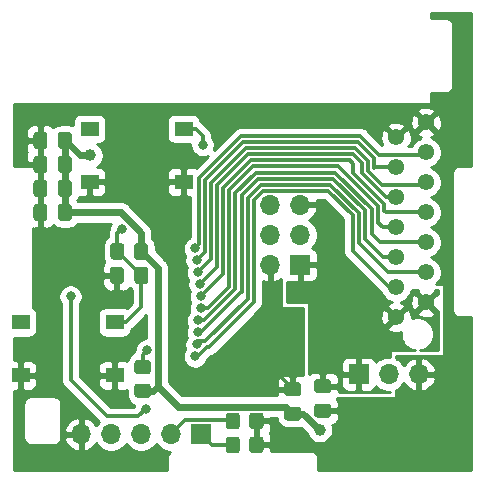
<source format=gbr>
%TF.GenerationSoftware,KiCad,Pcbnew,(5.1.10)-1*%
%TF.CreationDate,2022-01-13T15:18:29+01:00*%
%TF.ProjectId,3DESPWrover,33444553-5057-4726-9f76-65722e6b6963,rev?*%
%TF.SameCoordinates,Original*%
%TF.FileFunction,Copper,L1,Top*%
%TF.FilePolarity,Positive*%
%FSLAX46Y46*%
G04 Gerber Fmt 4.6, Leading zero omitted, Abs format (unit mm)*
G04 Created by KiCad (PCBNEW (5.1.10)-1) date 2022-01-13 15:18:29*
%MOMM*%
%LPD*%
G01*
G04 APERTURE LIST*
%TA.AperFunction,ComponentPad*%
%ADD10R,1.700000X1.700000*%
%TD*%
%TA.AperFunction,ComponentPad*%
%ADD11O,1.700000X1.700000*%
%TD*%
%TA.AperFunction,ComponentPad*%
%ADD12C,1.381000*%
%TD*%
%TA.AperFunction,SMDPad,CuDef*%
%ADD13R,1.550000X1.300000*%
%TD*%
%TA.AperFunction,ViaPad*%
%ADD14C,1.000000*%
%TD*%
%TA.AperFunction,ViaPad*%
%ADD15C,0.800000*%
%TD*%
%TA.AperFunction,Conductor*%
%ADD16C,0.625000*%
%TD*%
%TA.AperFunction,Conductor*%
%ADD17C,0.312500*%
%TD*%
%TA.AperFunction,Conductor*%
%ADD18C,0.254000*%
%TD*%
%TA.AperFunction,Conductor*%
%ADD19C,0.100000*%
%TD*%
G04 APERTURE END LIST*
%TO.P,C1,1*%
%TO.N,+3V3*%
%TA.AperFunction,SMDPad,CuDef*%
G36*
G01*
X205460000Y-63025000D02*
X205460000Y-63975000D01*
G75*
G02*
X205210000Y-64225000I-250000J0D01*
G01*
X204535000Y-64225000D01*
G75*
G02*
X204285000Y-63975000I0J250000D01*
G01*
X204285000Y-63025000D01*
G75*
G02*
X204535000Y-62775000I250000J0D01*
G01*
X205210000Y-62775000D01*
G75*
G02*
X205460000Y-63025000I0J-250000D01*
G01*
G37*
%TD.AperFunction*%
%TO.P,C1,2*%
%TO.N,GND*%
%TA.AperFunction,SMDPad,CuDef*%
G36*
G01*
X203385000Y-63025000D02*
X203385000Y-63975000D01*
G75*
G02*
X203135000Y-64225000I-250000J0D01*
G01*
X202460000Y-64225000D01*
G75*
G02*
X202210000Y-63975000I0J250000D01*
G01*
X202210000Y-63025000D01*
G75*
G02*
X202460000Y-62775000I250000J0D01*
G01*
X203135000Y-62775000D01*
G75*
G02*
X203385000Y-63025000I0J-250000D01*
G01*
G37*
%TD.AperFunction*%
%TD*%
%TO.P,C2,1*%
%TO.N,+3V3*%
%TA.AperFunction,SMDPad,CuDef*%
G36*
G01*
X205460000Y-65057000D02*
X205460000Y-66007000D01*
G75*
G02*
X205210000Y-66257000I-250000J0D01*
G01*
X204535000Y-66257000D01*
G75*
G02*
X204285000Y-66007000I0J250000D01*
G01*
X204285000Y-65057000D01*
G75*
G02*
X204535000Y-64807000I250000J0D01*
G01*
X205210000Y-64807000D01*
G75*
G02*
X205460000Y-65057000I0J-250000D01*
G01*
G37*
%TD.AperFunction*%
%TO.P,C2,2*%
%TO.N,GND*%
%TA.AperFunction,SMDPad,CuDef*%
G36*
G01*
X203385000Y-65057000D02*
X203385000Y-66007000D01*
G75*
G02*
X203135000Y-66257000I-250000J0D01*
G01*
X202460000Y-66257000D01*
G75*
G02*
X202210000Y-66007000I0J250000D01*
G01*
X202210000Y-65057000D01*
G75*
G02*
X202460000Y-64807000I250000J0D01*
G01*
X203135000Y-64807000D01*
G75*
G02*
X203385000Y-65057000I0J-250000D01*
G01*
G37*
%TD.AperFunction*%
%TD*%
%TO.P,C3,2*%
%TO.N,GND*%
%TA.AperFunction,SMDPad,CuDef*%
G36*
G01*
X203385000Y-60993000D02*
X203385000Y-61943000D01*
G75*
G02*
X203135000Y-62193000I-250000J0D01*
G01*
X202460000Y-62193000D01*
G75*
G02*
X202210000Y-61943000I0J250000D01*
G01*
X202210000Y-60993000D01*
G75*
G02*
X202460000Y-60743000I250000J0D01*
G01*
X203135000Y-60743000D01*
G75*
G02*
X203385000Y-60993000I0J-250000D01*
G01*
G37*
%TD.AperFunction*%
%TO.P,C3,1*%
%TO.N,+3V3*%
%TA.AperFunction,SMDPad,CuDef*%
G36*
G01*
X205460000Y-60993000D02*
X205460000Y-61943000D01*
G75*
G02*
X205210000Y-62193000I-250000J0D01*
G01*
X204535000Y-62193000D01*
G75*
G02*
X204285000Y-61943000I0J250000D01*
G01*
X204285000Y-60993000D01*
G75*
G02*
X204535000Y-60743000I250000J0D01*
G01*
X205210000Y-60743000D01*
G75*
G02*
X205460000Y-60993000I0J-250000D01*
G01*
G37*
%TD.AperFunction*%
%TD*%
%TO.P,C4,1*%
%TO.N,+3V3*%
%TA.AperFunction,SMDPad,CuDef*%
G36*
G01*
X205460000Y-67089000D02*
X205460000Y-68039000D01*
G75*
G02*
X205210000Y-68289000I-250000J0D01*
G01*
X204535000Y-68289000D01*
G75*
G02*
X204285000Y-68039000I0J250000D01*
G01*
X204285000Y-67089000D01*
G75*
G02*
X204535000Y-66839000I250000J0D01*
G01*
X205210000Y-66839000D01*
G75*
G02*
X205460000Y-67089000I0J-250000D01*
G01*
G37*
%TD.AperFunction*%
%TO.P,C4,2*%
%TO.N,GND*%
%TA.AperFunction,SMDPad,CuDef*%
G36*
G01*
X203385000Y-67089000D02*
X203385000Y-68039000D01*
G75*
G02*
X203135000Y-68289000I-250000J0D01*
G01*
X202460000Y-68289000D01*
G75*
G02*
X202210000Y-68039000I0J250000D01*
G01*
X202210000Y-67089000D01*
G75*
G02*
X202460000Y-66839000I250000J0D01*
G01*
X203135000Y-66839000D01*
G75*
G02*
X203385000Y-67089000I0J-250000D01*
G01*
G37*
%TD.AperFunction*%
%TD*%
%TO.P,C6,2*%
%TO.N,GND*%
%TA.AperFunction,SMDPad,CuDef*%
G36*
G01*
X224630000Y-83116000D02*
X223680000Y-83116000D01*
G75*
G02*
X223430000Y-82866000I0J250000D01*
G01*
X223430000Y-82191000D01*
G75*
G02*
X223680000Y-81941000I250000J0D01*
G01*
X224630000Y-81941000D01*
G75*
G02*
X224880000Y-82191000I0J-250000D01*
G01*
X224880000Y-82866000D01*
G75*
G02*
X224630000Y-83116000I-250000J0D01*
G01*
G37*
%TD.AperFunction*%
%TO.P,C6,1*%
%TO.N,+3V3*%
%TA.AperFunction,SMDPad,CuDef*%
G36*
G01*
X224630000Y-85191000D02*
X223680000Y-85191000D01*
G75*
G02*
X223430000Y-84941000I0J250000D01*
G01*
X223430000Y-84266000D01*
G75*
G02*
X223680000Y-84016000I250000J0D01*
G01*
X224630000Y-84016000D01*
G75*
G02*
X224880000Y-84266000I0J-250000D01*
G01*
X224880000Y-84941000D01*
G75*
G02*
X224630000Y-85191000I-250000J0D01*
G01*
G37*
%TD.AperFunction*%
%TD*%
%TO.P,C8,1*%
%TO.N,/RESET*%
%TA.AperFunction,SMDPad,CuDef*%
G36*
G01*
X211937000Y-72423000D02*
X211937000Y-73373000D01*
G75*
G02*
X211687000Y-73623000I-250000J0D01*
G01*
X211012000Y-73623000D01*
G75*
G02*
X210762000Y-73373000I0J250000D01*
G01*
X210762000Y-72423000D01*
G75*
G02*
X211012000Y-72173000I250000J0D01*
G01*
X211687000Y-72173000D01*
G75*
G02*
X211937000Y-72423000I0J-250000D01*
G01*
G37*
%TD.AperFunction*%
%TO.P,C8,2*%
%TO.N,GND*%
%TA.AperFunction,SMDPad,CuDef*%
G36*
G01*
X209862000Y-72423000D02*
X209862000Y-73373000D01*
G75*
G02*
X209612000Y-73623000I-250000J0D01*
G01*
X208937000Y-73623000D01*
G75*
G02*
X208687000Y-73373000I0J250000D01*
G01*
X208687000Y-72423000D01*
G75*
G02*
X208937000Y-72173000I250000J0D01*
G01*
X209612000Y-72173000D01*
G75*
G02*
X209862000Y-72423000I0J-250000D01*
G01*
G37*
%TD.AperFunction*%
%TD*%
%TO.P,C11,1*%
%TO.N,/Vin*%
%TA.AperFunction,SMDPad,CuDef*%
G36*
G01*
X226220000Y-81687000D02*
X227170000Y-81687000D01*
G75*
G02*
X227420000Y-81937000I0J-250000D01*
G01*
X227420000Y-82612000D01*
G75*
G02*
X227170000Y-82862000I-250000J0D01*
G01*
X226220000Y-82862000D01*
G75*
G02*
X225970000Y-82612000I0J250000D01*
G01*
X225970000Y-81937000D01*
G75*
G02*
X226220000Y-81687000I250000J0D01*
G01*
G37*
%TD.AperFunction*%
%TO.P,C11,2*%
%TO.N,GND*%
%TA.AperFunction,SMDPad,CuDef*%
G36*
G01*
X226220000Y-83762000D02*
X227170000Y-83762000D01*
G75*
G02*
X227420000Y-84012000I0J-250000D01*
G01*
X227420000Y-84687000D01*
G75*
G02*
X227170000Y-84937000I-250000J0D01*
G01*
X226220000Y-84937000D01*
G75*
G02*
X225970000Y-84687000I0J250000D01*
G01*
X225970000Y-84012000D01*
G75*
G02*
X226220000Y-83762000I250000J0D01*
G01*
G37*
%TD.AperFunction*%
%TD*%
D10*
%TO.P,J2,1*%
%TO.N,/Vin*%
X229743000Y-81254600D03*
D11*
%TO.P,J2,2*%
%TO.N,/Vout*%
X232283000Y-81254600D03*
%TO.P,J2,3*%
%TO.N,GND*%
X234823000Y-81254600D03*
%TD*%
%TO.P,R1,2*%
%TO.N,GND*%
%TA.AperFunction,SMDPad,CuDef*%
G36*
G01*
X220491000Y-85667001D02*
X220491000Y-84766999D01*
G75*
G02*
X220740999Y-84517000I249999J0D01*
G01*
X221441001Y-84517000D01*
G75*
G02*
X221691000Y-84766999I0J-249999D01*
G01*
X221691000Y-85667001D01*
G75*
G02*
X221441001Y-85917000I-249999J0D01*
G01*
X220740999Y-85917000D01*
G75*
G02*
X220491000Y-85667001I0J249999D01*
G01*
G37*
%TD.AperFunction*%
%TO.P,R1,1*%
%TO.N,Net-(J1-Pad2)*%
%TA.AperFunction,SMDPad,CuDef*%
G36*
G01*
X218491000Y-85667001D02*
X218491000Y-84766999D01*
G75*
G02*
X218740999Y-84517000I249999J0D01*
G01*
X219441001Y-84517000D01*
G75*
G02*
X219691000Y-84766999I0J-249999D01*
G01*
X219691000Y-85667001D01*
G75*
G02*
X219441001Y-85917000I-249999J0D01*
G01*
X218740999Y-85917000D01*
G75*
G02*
X218491000Y-85667001I0J249999D01*
G01*
G37*
%TD.AperFunction*%
%TD*%
%TO.P,R2,1*%
%TO.N,Net-(J1-Pad1)*%
%TA.AperFunction,SMDPad,CuDef*%
G36*
G01*
X218491000Y-87699001D02*
X218491000Y-86798999D01*
G75*
G02*
X218740999Y-86549000I249999J0D01*
G01*
X219441001Y-86549000D01*
G75*
G02*
X219691000Y-86798999I0J-249999D01*
G01*
X219691000Y-87699001D01*
G75*
G02*
X219441001Y-87949000I-249999J0D01*
G01*
X218740999Y-87949000D01*
G75*
G02*
X218491000Y-87699001I0J249999D01*
G01*
G37*
%TD.AperFunction*%
%TO.P,R2,2*%
%TO.N,GND*%
%TA.AperFunction,SMDPad,CuDef*%
G36*
G01*
X220491000Y-87699001D02*
X220491000Y-86798999D01*
G75*
G02*
X220740999Y-86549000I249999J0D01*
G01*
X221441001Y-86549000D01*
G75*
G02*
X221691000Y-86798999I0J-249999D01*
G01*
X221691000Y-87699001D01*
G75*
G02*
X221441001Y-87949000I-249999J0D01*
G01*
X220740999Y-87949000D01*
G75*
G02*
X220491000Y-87699001I0J249999D01*
G01*
G37*
%TD.AperFunction*%
%TD*%
%TO.P,R3,1*%
%TO.N,+3V3*%
%TA.AperFunction,SMDPad,CuDef*%
G36*
G01*
X211912000Y-70415999D02*
X211912000Y-71316001D01*
G75*
G02*
X211662001Y-71566000I-249999J0D01*
G01*
X210961999Y-71566000D01*
G75*
G02*
X210712000Y-71316001I0J249999D01*
G01*
X210712000Y-70415999D01*
G75*
G02*
X210961999Y-70166000I249999J0D01*
G01*
X211662001Y-70166000D01*
G75*
G02*
X211912000Y-70415999I0J-249999D01*
G01*
G37*
%TD.AperFunction*%
%TO.P,R3,2*%
%TO.N,/RESET*%
%TA.AperFunction,SMDPad,CuDef*%
G36*
G01*
X209912000Y-70415999D02*
X209912000Y-71316001D01*
G75*
G02*
X209662001Y-71566000I-249999J0D01*
G01*
X208961999Y-71566000D01*
G75*
G02*
X208712000Y-71316001I0J249999D01*
G01*
X208712000Y-70415999D01*
G75*
G02*
X208961999Y-70166000I249999J0D01*
G01*
X209662001Y-70166000D01*
G75*
G02*
X209912000Y-70415999I0J-249999D01*
G01*
G37*
%TD.AperFunction*%
%TD*%
D10*
%TO.P,J1,1*%
%TO.N,Net-(J1-Pad1)*%
X216408000Y-86360000D03*
D11*
%TO.P,J1,2*%
%TO.N,Net-(J1-Pad2)*%
X213868000Y-86360000D03*
%TO.P,J1,3*%
%TO.N,/D-*%
X211328000Y-86360000D03*
%TO.P,J1,4*%
%TO.N,/D+*%
X208788000Y-86360000D03*
%TO.P,J1,5*%
%TO.N,GND*%
X206248000Y-86360000D03*
%TD*%
D10*
%TO.P,J3,1*%
%TO.N,/Vin*%
X224790000Y-72009000D03*
D11*
%TO.P,J3,2*%
%TO.N,GND*%
X222250000Y-72009000D03*
%TO.P,J3,3*%
%TO.N,/D6*%
X224790000Y-69469000D03*
%TO.P,J3,4*%
%TO.N,/D5*%
X222250000Y-69469000D03*
%TO.P,J3,5*%
%TO.N,/Vin*%
X224790000Y-66929000D03*
%TO.P,J3,6*%
%TO.N,GND*%
X222250000Y-66929000D03*
%TD*%
D12*
%TO.P,J4,14*%
%TO.N,/Vin*%
X232918000Y-76454000D03*
%TO.P,J4,13*%
X235458000Y-75184000D03*
%TO.P,J4,12*%
%TO.N,/D16*%
X232918000Y-73914000D03*
%TO.P,J4,11*%
%TO.N,/D15*%
X235458000Y-72644000D03*
%TO.P,J4,10*%
%TO.N,/D14*%
X232918000Y-71374000D03*
%TO.P,J4,9*%
%TO.N,/D13*%
X235458000Y-70104000D03*
%TO.P,J4,8*%
%TO.N,/D12*%
X232918000Y-68834000D03*
%TO.P,J4,7*%
%TO.N,/D11*%
X235458000Y-67564000D03*
%TO.P,J4,6*%
%TO.N,/D10*%
X232918000Y-66294000D03*
%TO.P,J4,5*%
%TO.N,/D9*%
X235458000Y-65024000D03*
%TO.P,J4,4*%
%TO.N,/D8*%
X232918000Y-63754000D03*
%TO.P,J4,3*%
%TO.N,/D7*%
X235458000Y-62484000D03*
%TO.P,J4,2*%
%TO.N,GND*%
X232918000Y-61214000D03*
%TO.P,J4,1*%
X235458000Y-59944000D03*
%TD*%
D13*
%TO.P,SW1,1*%
%TO.N,GND*%
X214922000Y-64988000D03*
X206972000Y-64988000D03*
%TO.P,SW1,2*%
%TO.N,/BOOT0*%
X214922000Y-60488000D03*
X206972000Y-60488000D03*
%TD*%
%TO.P,SW2,2*%
%TO.N,/RESET*%
X201130000Y-76871000D03*
X209080000Y-76871000D03*
%TO.P,SW2,1*%
%TO.N,GND*%
X201130000Y-81371000D03*
X209080000Y-81371000D03*
%TD*%
%TO.P,R4,1*%
%TO.N,/AD1*%
%TA.AperFunction,SMDPad,CuDef*%
G36*
G01*
X211004999Y-80061000D02*
X211905001Y-80061000D01*
G75*
G02*
X212155000Y-80310999I0J-249999D01*
G01*
X212155000Y-81011001D01*
G75*
G02*
X211905001Y-81261000I-249999J0D01*
G01*
X211004999Y-81261000D01*
G75*
G02*
X210755000Y-81011001I0J249999D01*
G01*
X210755000Y-80310999D01*
G75*
G02*
X211004999Y-80061000I249999J0D01*
G01*
G37*
%TD.AperFunction*%
%TO.P,R4,2*%
%TO.N,+3V3*%
%TA.AperFunction,SMDPad,CuDef*%
G36*
G01*
X211004999Y-82061000D02*
X211905001Y-82061000D01*
G75*
G02*
X212155000Y-82310999I0J-249999D01*
G01*
X212155000Y-83011001D01*
G75*
G02*
X211905001Y-83261000I-249999J0D01*
G01*
X211004999Y-83261000D01*
G75*
G02*
X210755000Y-83011001I0J249999D01*
G01*
X210755000Y-82310999D01*
G75*
G02*
X211004999Y-82061000I249999J0D01*
G01*
G37*
%TD.AperFunction*%
%TD*%
D14*
%TO.N,+3V3*%
X226441000Y-85979000D03*
X207010000Y-62738000D03*
D15*
%TO.N,GND*%
X222631000Y-77216000D03*
%TO.N,/RESET*%
X209677000Y-68961000D03*
%TO.N,/NEOPIX*%
X211709000Y-84201000D03*
X205359000Y-74676000D03*
%TO.N,/D7*%
X215900000Y-70612000D03*
%TO.N,/D8*%
X216027000Y-71628000D03*
%TO.N,/D9*%
X216154000Y-72644000D03*
%TO.N,/D10*%
X216281000Y-73660000D03*
%TO.N,/D11*%
X216408000Y-74676000D03*
%TO.N,/D12*%
X216408000Y-75692000D03*
%TO.N,/BOOT0*%
X216535000Y-61849000D03*
%TO.N,/AD1*%
X211812500Y-79248000D03*
%TO.N,/D16*%
X215900000Y-79756000D03*
%TO.N,/D15*%
X216027000Y-78740000D03*
%TO.N,/D14*%
X216154000Y-77724000D03*
%TO.N,/D13*%
X216154000Y-76708000D03*
%TD*%
D16*
%TO.N,+3V3*%
X225065500Y-84603500D02*
X226441000Y-85979000D01*
X224155000Y-84603500D02*
X225065500Y-84603500D01*
X206142500Y-62738000D02*
X204872500Y-61468000D01*
X207010000Y-62738000D02*
X206142500Y-62738000D01*
X204872500Y-61468000D02*
X204872500Y-63500000D01*
X204872500Y-63500000D02*
X204872500Y-65532000D01*
X204872500Y-65532000D02*
X204872500Y-67564000D01*
X204872500Y-67564000D02*
X209599000Y-67564000D01*
X211312000Y-69277000D02*
X209599000Y-67564000D01*
X211312000Y-70866000D02*
X211312000Y-69277000D01*
X212725000Y-72279000D02*
X211312000Y-70866000D01*
X212725000Y-82296000D02*
X212725000Y-72279000D01*
X214433490Y-84004490D02*
X212725000Y-82296000D01*
X223555990Y-84004490D02*
X214433490Y-84004490D01*
X224155000Y-84603500D02*
X223555990Y-84004490D01*
X212360000Y-82661000D02*
X212725000Y-82296000D01*
X211455000Y-82661000D02*
X212360000Y-82661000D01*
D17*
%TO.N,GND*%
X222631000Y-81004500D02*
X222631000Y-77216000D01*
X224155000Y-82528500D02*
X222631000Y-81004500D01*
%TO.N,/RESET*%
X209312000Y-69326000D02*
X209677000Y-68961000D01*
X209312000Y-70866000D02*
X209312000Y-69326000D01*
X209274500Y-70903500D02*
X209312000Y-70866000D01*
X209080000Y-76871000D02*
X210022000Y-76871000D01*
X211349500Y-75543500D02*
X211349500Y-72898000D01*
X210022000Y-76871000D02*
X211349500Y-75543500D01*
X211344000Y-72898000D02*
X209312000Y-70866000D01*
X211349500Y-72898000D02*
X211344000Y-72898000D01*
%TO.N,/NEOPIX*%
X211074000Y-84836000D02*
X211709000Y-84201000D01*
X208407000Y-84836000D02*
X211074000Y-84836000D01*
X205359000Y-81788000D02*
X208407000Y-84836000D01*
X205359000Y-74676000D02*
X205359000Y-81788000D01*
%TO.N,/D7*%
X219760412Y-61110164D02*
X216240415Y-64630155D01*
X216240415Y-70271585D02*
X215900000Y-70612000D01*
X216240415Y-64630155D02*
X216240415Y-70271585D01*
X224305166Y-61110166D02*
X229893166Y-61110166D01*
X224305164Y-61110164D02*
X224305166Y-61110166D01*
X219760412Y-61110164D02*
X224305164Y-61110164D01*
X235234751Y-62707249D02*
X235458000Y-62484000D01*
X231490249Y-62707249D02*
X235234751Y-62707249D01*
X229893166Y-61110166D02*
X231490249Y-62707249D01*
%TO.N,/D8*%
X231031040Y-63754000D02*
X232918000Y-63754000D01*
X231022020Y-63763020D02*
X231031040Y-63754000D01*
X231022020Y-62985626D02*
X231022020Y-63763020D01*
X229659070Y-61622676D02*
X231022020Y-62985626D01*
X219972701Y-61622675D02*
X229659070Y-61622676D01*
X216752925Y-64842443D02*
X219972701Y-61622675D01*
X216752925Y-64860925D02*
X216752925Y-64842443D01*
X216752929Y-64860930D02*
X216752925Y-64860925D01*
X216752929Y-70902071D02*
X216752929Y-64860930D01*
X216027000Y-71628000D02*
X216752929Y-70902071D01*
%TO.N,/D9*%
X217265439Y-65944561D02*
X217265441Y-65054725D01*
X217265435Y-65944565D02*
X217265439Y-65944561D01*
X217265441Y-65054725D02*
X220184988Y-62135184D01*
X217265439Y-71532561D02*
X216154000Y-72644000D01*
X217265439Y-65944561D02*
X217265439Y-71532561D01*
X230509510Y-63197914D02*
X230509510Y-64018924D01*
X229446781Y-62135185D02*
X230509510Y-63197914D01*
X220184988Y-62135184D02*
X229446781Y-62135185D01*
X235234751Y-65247249D02*
X235458000Y-65024000D01*
X231737835Y-65247249D02*
X235234751Y-65247249D01*
X230509510Y-64018924D02*
X231737835Y-65247249D01*
%TO.N,/D10*%
X217777949Y-65267014D02*
X220397276Y-62647694D01*
X217777949Y-72163051D02*
X216281000Y-73660000D01*
X217777949Y-65267014D02*
X217777949Y-72163051D01*
X229997000Y-63410202D02*
X229997000Y-64231212D01*
X229234492Y-62647694D02*
X229997000Y-63410202D01*
X220397276Y-62647694D02*
X229234492Y-62647694D01*
X232059788Y-66294000D02*
X232918000Y-66294000D01*
X229997000Y-64231212D02*
X232059788Y-66294000D01*
%TO.N,/D11*%
X218290457Y-65479303D02*
X220609563Y-63160203D01*
X220609563Y-63160203D02*
X228006203Y-63160203D01*
X228006203Y-63160203D02*
X228201192Y-63160204D01*
X218290457Y-68748708D02*
X218290453Y-68748712D01*
X218290457Y-65479303D02*
X218290457Y-68748708D01*
X218290453Y-72793547D02*
X216408000Y-74676000D01*
X218290453Y-68748712D02*
X218290453Y-72793547D01*
X232029000Y-67564000D02*
X235458000Y-67564000D01*
X231875759Y-67410759D02*
X232029000Y-67564000D01*
X231875759Y-66834769D02*
X231875759Y-67410759D01*
X229285222Y-64244232D02*
X231875759Y-66834769D01*
X229285222Y-63423222D02*
X229285222Y-64244232D01*
X229022203Y-63160203D02*
X229285222Y-63423222D01*
X228006203Y-63160203D02*
X229022203Y-63160203D01*
%TO.N,/D12*%
X218802963Y-68961000D02*
X218802965Y-65691592D01*
X218802965Y-65691592D02*
X220821850Y-63672712D01*
X220821850Y-63672712D02*
X227988905Y-63672713D01*
X216973685Y-75692000D02*
X216408000Y-75692000D01*
X218802963Y-73862722D02*
X216973685Y-75692000D01*
X218802963Y-68961000D02*
X218802963Y-73862722D01*
X227988905Y-63672713D02*
X231363249Y-67047057D01*
X231363249Y-67047057D02*
X231363249Y-68422249D01*
X231775000Y-68834000D02*
X232918000Y-68834000D01*
X231363249Y-68422249D02*
X231775000Y-68834000D01*
%TO.N,/BOOT0*%
X214922000Y-60488000D02*
X215936000Y-60488000D01*
X216535000Y-61087000D02*
X215936000Y-60488000D01*
X216535000Y-61849000D02*
X216535000Y-61087000D01*
%TO.N,/AD1*%
X211455000Y-79605500D02*
X211812500Y-79248000D01*
X211455000Y-80661000D02*
X211455000Y-79605500D01*
%TO.N,/D16*%
X229225982Y-70856982D02*
X232283000Y-73914000D01*
X227139749Y-65722749D02*
X229225980Y-67808980D01*
X232283000Y-73914000D02*
X232918000Y-73914000D01*
X221670999Y-65722749D02*
X227139749Y-65722749D01*
X220853000Y-66540748D02*
X221670999Y-65722749D01*
X220853000Y-75184000D02*
X220853000Y-66540748D01*
X229225980Y-67808980D02*
X229225982Y-70856982D01*
X217044239Y-78992761D02*
X220853000Y-75184000D01*
X216893491Y-78992761D02*
X217044239Y-78992761D01*
X216130252Y-79756000D02*
X216893491Y-78992761D01*
X215900000Y-79756000D02*
X216130252Y-79756000D01*
%TO.N,/D15*%
X227352038Y-65210240D02*
X229738490Y-67596692D01*
X221458711Y-65210239D02*
X227352038Y-65210240D01*
X220340491Y-66328459D02*
X221458711Y-65210239D01*
X220340491Y-66328459D02*
X220340491Y-74910761D01*
X216771001Y-78480251D02*
X220340491Y-74910761D01*
X216159749Y-78480251D02*
X216771001Y-78480251D01*
X216027000Y-78613000D02*
X216159749Y-78480251D01*
X216027000Y-78740000D02*
X216027000Y-78613000D01*
X232192310Y-72644000D02*
X235458000Y-72644000D01*
X229738490Y-70190180D02*
X232192310Y-72644000D01*
X229738490Y-67596692D02*
X229738490Y-70190180D01*
%TO.N,/D14*%
X227564327Y-64697731D02*
X230251000Y-67384404D01*
X221246424Y-64697730D02*
X227564327Y-64697731D01*
X219827982Y-66116170D02*
X221246424Y-64697730D01*
X219827982Y-66116170D02*
X219827982Y-74304018D01*
X216391281Y-77724000D02*
X216154000Y-77724000D01*
X219811263Y-74304018D02*
X216391281Y-77724000D01*
X219827982Y-74304018D02*
X219811263Y-74304018D01*
X230251000Y-67384404D02*
X230251000Y-69850000D01*
X231775000Y-71374000D02*
X232918000Y-71374000D01*
X230251000Y-69850000D02*
X231775000Y-71374000D01*
%TO.N,/D13*%
X227776616Y-64185222D02*
X230850739Y-67259345D01*
X221034137Y-64185221D02*
X227776616Y-64185222D01*
X219315473Y-65903881D02*
X221034137Y-64185221D01*
X216682483Y-76708000D02*
X216154000Y-76708000D01*
X219315472Y-74075011D02*
X216682483Y-76708000D01*
X219315473Y-65903881D02*
X219315472Y-74075011D01*
X230850739Y-67259345D02*
X230850739Y-69433739D01*
X231521000Y-70104000D02*
X235458000Y-70104000D01*
X230850739Y-69433739D02*
X231521000Y-70104000D01*
%TO.N,Net-(J1-Pad1)*%
X217297000Y-87249000D02*
X216408000Y-86360000D01*
X219091000Y-87249000D02*
X217297000Y-87249000D01*
%TO.N,Net-(J1-Pad2)*%
X215074251Y-85153749D02*
X213868000Y-86360000D01*
X219027749Y-85153749D02*
X215074251Y-85153749D01*
X219091000Y-85217000D02*
X219027749Y-85153749D01*
%TD*%
D18*
%TO.N,/Vin*%
X228434730Y-68136727D02*
X228434733Y-70818116D01*
X228430905Y-70856982D01*
X228434733Y-70895848D01*
X228434733Y-70895849D01*
X228446182Y-71012094D01*
X228461433Y-71062368D01*
X228491427Y-71161245D01*
X228564899Y-71298703D01*
X228639001Y-71388997D01*
X228639005Y-71389001D01*
X228663778Y-71419187D01*
X228693964Y-71443960D01*
X231696022Y-74446019D01*
X231711440Y-74464806D01*
X231743357Y-74541860D01*
X231888417Y-74758957D01*
X232073043Y-74943583D01*
X232290140Y-75088643D01*
X232525552Y-75186154D01*
X232339953Y-75254061D01*
X232241433Y-75306721D01*
X232183125Y-75539520D01*
X232918000Y-76274395D01*
X233652875Y-75539520D01*
X233594567Y-75306721D01*
X233491453Y-75258849D01*
X234128192Y-75258849D01*
X234168346Y-75516844D01*
X234258061Y-75762047D01*
X234310721Y-75860567D01*
X234543520Y-75918875D01*
X235278395Y-75184000D01*
X234543520Y-74449125D01*
X234310721Y-74507433D01*
X234200773Y-74744257D01*
X234139141Y-74997979D01*
X234128192Y-75258849D01*
X233491453Y-75258849D01*
X233357743Y-75196773D01*
X233311771Y-75185606D01*
X233545860Y-75088643D01*
X233762957Y-74943583D01*
X233947583Y-74758957D01*
X234092643Y-74541860D01*
X234192562Y-74300634D01*
X234218944Y-74168000D01*
X234748552Y-74168000D01*
X234723125Y-74269520D01*
X235458000Y-75004395D01*
X236192875Y-74269520D01*
X236167448Y-74168000D01*
X236474000Y-74168000D01*
X236474000Y-74474552D01*
X236372480Y-74449125D01*
X235637605Y-75184000D01*
X236372480Y-75918875D01*
X236474000Y-75893448D01*
X236474000Y-79248000D01*
X234937310Y-79248000D01*
X235129282Y-79209814D01*
X235385885Y-79103525D01*
X235616822Y-78949218D01*
X235813218Y-78752822D01*
X235967525Y-78521885D01*
X236073814Y-78265282D01*
X236128000Y-77992873D01*
X236128000Y-77715127D01*
X236073814Y-77442718D01*
X235967525Y-77186115D01*
X235813218Y-76955178D01*
X235616822Y-76758782D01*
X235385885Y-76604475D01*
X235129282Y-76498186D01*
X234856873Y-76444000D01*
X234579127Y-76444000D01*
X234306718Y-76498186D01*
X234241681Y-76525125D01*
X234247808Y-76379151D01*
X234207654Y-76121156D01*
X234199358Y-76098480D01*
X234723125Y-76098480D01*
X234781433Y-76331279D01*
X235018257Y-76441227D01*
X235271979Y-76502859D01*
X235532849Y-76513808D01*
X235790844Y-76473654D01*
X236036047Y-76383939D01*
X236134567Y-76331279D01*
X236192875Y-76098480D01*
X235458000Y-75363605D01*
X234723125Y-76098480D01*
X234199358Y-76098480D01*
X234117939Y-75875953D01*
X234065279Y-75777433D01*
X233832480Y-75719125D01*
X233097605Y-76454000D01*
X233111748Y-76468143D01*
X232932143Y-76647748D01*
X232918000Y-76633605D01*
X232183125Y-77368480D01*
X232241433Y-77601279D01*
X232478257Y-77711227D01*
X232731979Y-77772859D01*
X232992849Y-77783808D01*
X233250844Y-77743654D01*
X233308000Y-77722742D01*
X233308000Y-77992873D01*
X233362186Y-78265282D01*
X233468475Y-78521885D01*
X233622782Y-78752822D01*
X233819178Y-78949218D01*
X234050115Y-79103525D01*
X234306718Y-79209814D01*
X234498690Y-79248000D01*
X232537000Y-79248000D01*
X232512224Y-79250440D01*
X232488399Y-79257667D01*
X232466443Y-79269403D01*
X232447197Y-79285197D01*
X232431403Y-79304443D01*
X232419667Y-79326399D01*
X232412440Y-79350224D01*
X232410000Y-79375000D01*
X232410000Y-79769600D01*
X232136740Y-79769600D01*
X231849842Y-79826668D01*
X231579589Y-79938610D01*
X231336368Y-80101125D01*
X231204513Y-80232980D01*
X231182502Y-80160420D01*
X231123537Y-80050106D01*
X231044185Y-79953415D01*
X230947494Y-79874063D01*
X230837180Y-79815098D01*
X230717482Y-79778788D01*
X230593000Y-79766528D01*
X230028750Y-79769600D01*
X229870000Y-79928350D01*
X229870000Y-81127600D01*
X229890000Y-81127600D01*
X229890000Y-81381600D01*
X229870000Y-81381600D01*
X229870000Y-82580850D01*
X230028750Y-82739600D01*
X230593000Y-82742672D01*
X230717482Y-82730412D01*
X230837180Y-82694102D01*
X230947494Y-82635137D01*
X231044185Y-82555785D01*
X231123537Y-82459094D01*
X231182502Y-82348780D01*
X231204513Y-82276220D01*
X231336368Y-82408075D01*
X231579589Y-82570590D01*
X231849842Y-82682532D01*
X232136740Y-82739600D01*
X232410000Y-82739600D01*
X232410000Y-82804000D01*
X228057482Y-82804000D01*
X228055000Y-82560250D01*
X227896250Y-82401500D01*
X226822000Y-82401500D01*
X226822000Y-82421500D01*
X226568000Y-82421500D01*
X226568000Y-82401500D01*
X226548000Y-82401500D01*
X226548000Y-82147500D01*
X226568000Y-82147500D01*
X226568000Y-81210750D01*
X226822000Y-81210750D01*
X226822000Y-82147500D01*
X227896250Y-82147500D01*
X227939150Y-82104600D01*
X228254928Y-82104600D01*
X228267188Y-82229082D01*
X228303498Y-82348780D01*
X228362463Y-82459094D01*
X228441815Y-82555785D01*
X228538506Y-82635137D01*
X228648820Y-82694102D01*
X228768518Y-82730412D01*
X228893000Y-82742672D01*
X229457250Y-82739600D01*
X229616000Y-82580850D01*
X229616000Y-81381600D01*
X228416750Y-81381600D01*
X228258000Y-81540350D01*
X228254928Y-82104600D01*
X227939150Y-82104600D01*
X228055000Y-81988750D01*
X228058072Y-81687000D01*
X228045812Y-81562518D01*
X228009502Y-81442820D01*
X227950537Y-81332506D01*
X227871185Y-81235815D01*
X227774494Y-81156463D01*
X227664180Y-81097498D01*
X227544482Y-81061188D01*
X227420000Y-81048928D01*
X226980750Y-81052000D01*
X226822000Y-81210750D01*
X226568000Y-81210750D01*
X226409250Y-81052000D01*
X225970000Y-81048928D01*
X225845518Y-81061188D01*
X225725820Y-81097498D01*
X225615506Y-81156463D01*
X225552000Y-81208581D01*
X225552000Y-80404600D01*
X228254928Y-80404600D01*
X228258000Y-80968850D01*
X228416750Y-81127600D01*
X229616000Y-81127600D01*
X229616000Y-79928350D01*
X229457250Y-79769600D01*
X228893000Y-79766528D01*
X228768518Y-79778788D01*
X228648820Y-79815098D01*
X228538506Y-79874063D01*
X228441815Y-79953415D01*
X228362463Y-80050106D01*
X228303498Y-80160420D01*
X228267188Y-80280118D01*
X228254928Y-80404600D01*
X225552000Y-80404600D01*
X225552000Y-76528849D01*
X231588192Y-76528849D01*
X231628346Y-76786844D01*
X231718061Y-77032047D01*
X231770721Y-77130567D01*
X232003520Y-77188875D01*
X232738395Y-76454000D01*
X232003520Y-75719125D01*
X231770721Y-75777433D01*
X231660773Y-76014257D01*
X231599141Y-76267979D01*
X231588192Y-76528849D01*
X225552000Y-76528849D01*
X225552000Y-75311000D01*
X225549560Y-75286224D01*
X225542333Y-75262399D01*
X225530597Y-75240443D01*
X225514803Y-75221197D01*
X225495557Y-75205403D01*
X225473601Y-75193667D01*
X225449776Y-75186440D01*
X225425000Y-75184000D01*
X223647000Y-75184000D01*
X223647000Y-73422407D01*
X223695820Y-73448502D01*
X223815518Y-73484812D01*
X223940000Y-73497072D01*
X224504250Y-73494000D01*
X224663000Y-73335250D01*
X224663000Y-72136000D01*
X224917000Y-72136000D01*
X224917000Y-73335250D01*
X225075750Y-73494000D01*
X225640000Y-73497072D01*
X225764482Y-73484812D01*
X225884180Y-73448502D01*
X225994494Y-73389537D01*
X226091185Y-73310185D01*
X226170537Y-73213494D01*
X226229502Y-73103180D01*
X226265812Y-72983482D01*
X226278072Y-72859000D01*
X226275000Y-72294750D01*
X226116250Y-72136000D01*
X224917000Y-72136000D01*
X224663000Y-72136000D01*
X224643000Y-72136000D01*
X224643000Y-71882000D01*
X224663000Y-71882000D01*
X224663000Y-71862000D01*
X224917000Y-71862000D01*
X224917000Y-71882000D01*
X226116250Y-71882000D01*
X226275000Y-71723250D01*
X226278072Y-71159000D01*
X226265812Y-71034518D01*
X226229502Y-70914820D01*
X226170537Y-70804506D01*
X226091185Y-70707815D01*
X225994494Y-70628463D01*
X225884180Y-70569498D01*
X225811620Y-70547487D01*
X225943475Y-70415632D01*
X226105990Y-70172411D01*
X226217932Y-69902158D01*
X226275000Y-69615260D01*
X226275000Y-69322740D01*
X226217932Y-69035842D01*
X226105990Y-68765589D01*
X225943475Y-68522368D01*
X225736632Y-68315525D01*
X225554466Y-68193805D01*
X225671355Y-68124178D01*
X225887588Y-67929269D01*
X226061641Y-67695920D01*
X226186825Y-67433099D01*
X226231476Y-67285890D01*
X226110155Y-67056000D01*
X224917000Y-67056000D01*
X224917000Y-67076000D01*
X224663000Y-67076000D01*
X224663000Y-67056000D01*
X224643000Y-67056000D01*
X224643000Y-66802000D01*
X224663000Y-66802000D01*
X224663000Y-66782000D01*
X224917000Y-66782000D01*
X224917000Y-66802000D01*
X226110155Y-66802000D01*
X226231476Y-66572110D01*
X226213850Y-66513999D01*
X226812003Y-66513999D01*
X228434730Y-68136727D01*
%TA.AperFunction,Conductor*%
D19*
G36*
X228434730Y-68136727D02*
G01*
X228434733Y-70818116D01*
X228430905Y-70856982D01*
X228434733Y-70895848D01*
X228434733Y-70895849D01*
X228446182Y-71012094D01*
X228461433Y-71062368D01*
X228491427Y-71161245D01*
X228564899Y-71298703D01*
X228639001Y-71388997D01*
X228639005Y-71389001D01*
X228663778Y-71419187D01*
X228693964Y-71443960D01*
X231696022Y-74446019D01*
X231711440Y-74464806D01*
X231743357Y-74541860D01*
X231888417Y-74758957D01*
X232073043Y-74943583D01*
X232290140Y-75088643D01*
X232525552Y-75186154D01*
X232339953Y-75254061D01*
X232241433Y-75306721D01*
X232183125Y-75539520D01*
X232918000Y-76274395D01*
X233652875Y-75539520D01*
X233594567Y-75306721D01*
X233491453Y-75258849D01*
X234128192Y-75258849D01*
X234168346Y-75516844D01*
X234258061Y-75762047D01*
X234310721Y-75860567D01*
X234543520Y-75918875D01*
X235278395Y-75184000D01*
X234543520Y-74449125D01*
X234310721Y-74507433D01*
X234200773Y-74744257D01*
X234139141Y-74997979D01*
X234128192Y-75258849D01*
X233491453Y-75258849D01*
X233357743Y-75196773D01*
X233311771Y-75185606D01*
X233545860Y-75088643D01*
X233762957Y-74943583D01*
X233947583Y-74758957D01*
X234092643Y-74541860D01*
X234192562Y-74300634D01*
X234218944Y-74168000D01*
X234748552Y-74168000D01*
X234723125Y-74269520D01*
X235458000Y-75004395D01*
X236192875Y-74269520D01*
X236167448Y-74168000D01*
X236474000Y-74168000D01*
X236474000Y-74474552D01*
X236372480Y-74449125D01*
X235637605Y-75184000D01*
X236372480Y-75918875D01*
X236474000Y-75893448D01*
X236474000Y-79248000D01*
X234937310Y-79248000D01*
X235129282Y-79209814D01*
X235385885Y-79103525D01*
X235616822Y-78949218D01*
X235813218Y-78752822D01*
X235967525Y-78521885D01*
X236073814Y-78265282D01*
X236128000Y-77992873D01*
X236128000Y-77715127D01*
X236073814Y-77442718D01*
X235967525Y-77186115D01*
X235813218Y-76955178D01*
X235616822Y-76758782D01*
X235385885Y-76604475D01*
X235129282Y-76498186D01*
X234856873Y-76444000D01*
X234579127Y-76444000D01*
X234306718Y-76498186D01*
X234241681Y-76525125D01*
X234247808Y-76379151D01*
X234207654Y-76121156D01*
X234199358Y-76098480D01*
X234723125Y-76098480D01*
X234781433Y-76331279D01*
X235018257Y-76441227D01*
X235271979Y-76502859D01*
X235532849Y-76513808D01*
X235790844Y-76473654D01*
X236036047Y-76383939D01*
X236134567Y-76331279D01*
X236192875Y-76098480D01*
X235458000Y-75363605D01*
X234723125Y-76098480D01*
X234199358Y-76098480D01*
X234117939Y-75875953D01*
X234065279Y-75777433D01*
X233832480Y-75719125D01*
X233097605Y-76454000D01*
X233111748Y-76468143D01*
X232932143Y-76647748D01*
X232918000Y-76633605D01*
X232183125Y-77368480D01*
X232241433Y-77601279D01*
X232478257Y-77711227D01*
X232731979Y-77772859D01*
X232992849Y-77783808D01*
X233250844Y-77743654D01*
X233308000Y-77722742D01*
X233308000Y-77992873D01*
X233362186Y-78265282D01*
X233468475Y-78521885D01*
X233622782Y-78752822D01*
X233819178Y-78949218D01*
X234050115Y-79103525D01*
X234306718Y-79209814D01*
X234498690Y-79248000D01*
X232537000Y-79248000D01*
X232512224Y-79250440D01*
X232488399Y-79257667D01*
X232466443Y-79269403D01*
X232447197Y-79285197D01*
X232431403Y-79304443D01*
X232419667Y-79326399D01*
X232412440Y-79350224D01*
X232410000Y-79375000D01*
X232410000Y-79769600D01*
X232136740Y-79769600D01*
X231849842Y-79826668D01*
X231579589Y-79938610D01*
X231336368Y-80101125D01*
X231204513Y-80232980D01*
X231182502Y-80160420D01*
X231123537Y-80050106D01*
X231044185Y-79953415D01*
X230947494Y-79874063D01*
X230837180Y-79815098D01*
X230717482Y-79778788D01*
X230593000Y-79766528D01*
X230028750Y-79769600D01*
X229870000Y-79928350D01*
X229870000Y-81127600D01*
X229890000Y-81127600D01*
X229890000Y-81381600D01*
X229870000Y-81381600D01*
X229870000Y-82580850D01*
X230028750Y-82739600D01*
X230593000Y-82742672D01*
X230717482Y-82730412D01*
X230837180Y-82694102D01*
X230947494Y-82635137D01*
X231044185Y-82555785D01*
X231123537Y-82459094D01*
X231182502Y-82348780D01*
X231204513Y-82276220D01*
X231336368Y-82408075D01*
X231579589Y-82570590D01*
X231849842Y-82682532D01*
X232136740Y-82739600D01*
X232410000Y-82739600D01*
X232410000Y-82804000D01*
X228057482Y-82804000D01*
X228055000Y-82560250D01*
X227896250Y-82401500D01*
X226822000Y-82401500D01*
X226822000Y-82421500D01*
X226568000Y-82421500D01*
X226568000Y-82401500D01*
X226548000Y-82401500D01*
X226548000Y-82147500D01*
X226568000Y-82147500D01*
X226568000Y-81210750D01*
X226822000Y-81210750D01*
X226822000Y-82147500D01*
X227896250Y-82147500D01*
X227939150Y-82104600D01*
X228254928Y-82104600D01*
X228267188Y-82229082D01*
X228303498Y-82348780D01*
X228362463Y-82459094D01*
X228441815Y-82555785D01*
X228538506Y-82635137D01*
X228648820Y-82694102D01*
X228768518Y-82730412D01*
X228893000Y-82742672D01*
X229457250Y-82739600D01*
X229616000Y-82580850D01*
X229616000Y-81381600D01*
X228416750Y-81381600D01*
X228258000Y-81540350D01*
X228254928Y-82104600D01*
X227939150Y-82104600D01*
X228055000Y-81988750D01*
X228058072Y-81687000D01*
X228045812Y-81562518D01*
X228009502Y-81442820D01*
X227950537Y-81332506D01*
X227871185Y-81235815D01*
X227774494Y-81156463D01*
X227664180Y-81097498D01*
X227544482Y-81061188D01*
X227420000Y-81048928D01*
X226980750Y-81052000D01*
X226822000Y-81210750D01*
X226568000Y-81210750D01*
X226409250Y-81052000D01*
X225970000Y-81048928D01*
X225845518Y-81061188D01*
X225725820Y-81097498D01*
X225615506Y-81156463D01*
X225552000Y-81208581D01*
X225552000Y-80404600D01*
X228254928Y-80404600D01*
X228258000Y-80968850D01*
X228416750Y-81127600D01*
X229616000Y-81127600D01*
X229616000Y-79928350D01*
X229457250Y-79769600D01*
X228893000Y-79766528D01*
X228768518Y-79778788D01*
X228648820Y-79815098D01*
X228538506Y-79874063D01*
X228441815Y-79953415D01*
X228362463Y-80050106D01*
X228303498Y-80160420D01*
X228267188Y-80280118D01*
X228254928Y-80404600D01*
X225552000Y-80404600D01*
X225552000Y-76528849D01*
X231588192Y-76528849D01*
X231628346Y-76786844D01*
X231718061Y-77032047D01*
X231770721Y-77130567D01*
X232003520Y-77188875D01*
X232738395Y-76454000D01*
X232003520Y-75719125D01*
X231770721Y-75777433D01*
X231660773Y-76014257D01*
X231599141Y-76267979D01*
X231588192Y-76528849D01*
X225552000Y-76528849D01*
X225552000Y-75311000D01*
X225549560Y-75286224D01*
X225542333Y-75262399D01*
X225530597Y-75240443D01*
X225514803Y-75221197D01*
X225495557Y-75205403D01*
X225473601Y-75193667D01*
X225449776Y-75186440D01*
X225425000Y-75184000D01*
X223647000Y-75184000D01*
X223647000Y-73422407D01*
X223695820Y-73448502D01*
X223815518Y-73484812D01*
X223940000Y-73497072D01*
X224504250Y-73494000D01*
X224663000Y-73335250D01*
X224663000Y-72136000D01*
X224917000Y-72136000D01*
X224917000Y-73335250D01*
X225075750Y-73494000D01*
X225640000Y-73497072D01*
X225764482Y-73484812D01*
X225884180Y-73448502D01*
X225994494Y-73389537D01*
X226091185Y-73310185D01*
X226170537Y-73213494D01*
X226229502Y-73103180D01*
X226265812Y-72983482D01*
X226278072Y-72859000D01*
X226275000Y-72294750D01*
X226116250Y-72136000D01*
X224917000Y-72136000D01*
X224663000Y-72136000D01*
X224643000Y-72136000D01*
X224643000Y-71882000D01*
X224663000Y-71882000D01*
X224663000Y-71862000D01*
X224917000Y-71862000D01*
X224917000Y-71882000D01*
X226116250Y-71882000D01*
X226275000Y-71723250D01*
X226278072Y-71159000D01*
X226265812Y-71034518D01*
X226229502Y-70914820D01*
X226170537Y-70804506D01*
X226091185Y-70707815D01*
X225994494Y-70628463D01*
X225884180Y-70569498D01*
X225811620Y-70547487D01*
X225943475Y-70415632D01*
X226105990Y-70172411D01*
X226217932Y-69902158D01*
X226275000Y-69615260D01*
X226275000Y-69322740D01*
X226217932Y-69035842D01*
X226105990Y-68765589D01*
X225943475Y-68522368D01*
X225736632Y-68315525D01*
X225554466Y-68193805D01*
X225671355Y-68124178D01*
X225887588Y-67929269D01*
X226061641Y-67695920D01*
X226186825Y-67433099D01*
X226231476Y-67285890D01*
X226110155Y-67056000D01*
X224917000Y-67056000D01*
X224917000Y-67076000D01*
X224663000Y-67076000D01*
X224663000Y-67056000D01*
X224643000Y-67056000D01*
X224643000Y-66802000D01*
X224663000Y-66802000D01*
X224663000Y-66782000D01*
X224917000Y-66782000D01*
X224917000Y-66802000D01*
X226110155Y-66802000D01*
X226231476Y-66572110D01*
X226213850Y-66513999D01*
X226812003Y-66513999D01*
X228434730Y-68136727D01*
G37*
%TD.AperFunction*%
%TD*%
D18*
%TO.N,GND*%
X239269714Y-63607715D02*
X238321393Y-63607715D01*
X238289714Y-63604595D01*
X238258035Y-63607715D01*
X238163272Y-63617048D01*
X238041689Y-63653930D01*
X237929638Y-63713823D01*
X237831424Y-63794425D01*
X237750822Y-63892639D01*
X237690929Y-64004690D01*
X237654047Y-64126273D01*
X237641594Y-64252715D01*
X237644715Y-64284404D01*
X237644714Y-75749622D01*
X237641595Y-75781293D01*
X237644714Y-75812962D01*
X237644714Y-75812968D01*
X237654047Y-75907731D01*
X237690929Y-76029314D01*
X237750822Y-76141365D01*
X237750823Y-76141366D01*
X237750825Y-76141369D01*
X237764706Y-76158284D01*
X237831424Y-76239580D01*
X237929638Y-76320182D01*
X238041689Y-76380075D01*
X238163272Y-76416957D01*
X238289714Y-76429410D01*
X238321397Y-76426290D01*
X239269715Y-76426283D01*
X239269714Y-89372000D01*
X226324000Y-89372000D01*
X226324000Y-88423679D01*
X226327120Y-88392000D01*
X226314667Y-88265558D01*
X226277785Y-88143975D01*
X226217892Y-88031924D01*
X226137290Y-87933710D01*
X226039076Y-87853108D01*
X225927025Y-87793215D01*
X225805442Y-87756333D01*
X225710679Y-87747000D01*
X225679000Y-87743880D01*
X225647321Y-87747000D01*
X222327574Y-87747000D01*
X222326000Y-87534750D01*
X222167250Y-87376000D01*
X221218000Y-87376000D01*
X221218000Y-87396000D01*
X220964000Y-87396000D01*
X220964000Y-87376000D01*
X220944000Y-87376000D01*
X220944000Y-87122000D01*
X220964000Y-87122000D01*
X220964000Y-85344000D01*
X221218000Y-85344000D01*
X221218000Y-87122000D01*
X222167250Y-87122000D01*
X222326000Y-86963250D01*
X222329072Y-86549000D01*
X222316812Y-86424518D01*
X222280502Y-86304820D01*
X222242113Y-86233000D01*
X222280502Y-86161180D01*
X222316812Y-86041482D01*
X222329072Y-85917000D01*
X222326000Y-85502750D01*
X222167250Y-85344000D01*
X221218000Y-85344000D01*
X220964000Y-85344000D01*
X220944000Y-85344000D01*
X220944000Y-85090000D01*
X220964000Y-85090000D01*
X220964000Y-85070000D01*
X221218000Y-85070000D01*
X221218000Y-85090000D01*
X222167250Y-85090000D01*
X222305260Y-84951990D01*
X222793010Y-84951990D01*
X222808992Y-85114254D01*
X222859528Y-85280850D01*
X222941595Y-85434386D01*
X223052038Y-85568962D01*
X223186614Y-85679405D01*
X223340150Y-85761472D01*
X223506746Y-85812008D01*
X223680000Y-85829072D01*
X224630000Y-85829072D01*
X224803254Y-85812008D01*
X224903601Y-85781568D01*
X225329136Y-86207104D01*
X225349617Y-86310067D01*
X225435176Y-86516624D01*
X225559388Y-86702520D01*
X225717480Y-86860612D01*
X225903376Y-86984824D01*
X226109933Y-87070383D01*
X226329212Y-87114000D01*
X226552788Y-87114000D01*
X226772067Y-87070383D01*
X226978624Y-86984824D01*
X227164520Y-86860612D01*
X227322612Y-86702520D01*
X227446824Y-86516624D01*
X227532383Y-86310067D01*
X227576000Y-86090788D01*
X227576000Y-85867212D01*
X227532383Y-85647933D01*
X227498981Y-85567293D01*
X227544482Y-85562812D01*
X227664180Y-85526502D01*
X227774494Y-85467537D01*
X227871185Y-85388185D01*
X227950537Y-85291494D01*
X228009502Y-85181180D01*
X228045812Y-85061482D01*
X228058072Y-84937000D01*
X228055000Y-84635250D01*
X227896250Y-84476500D01*
X226822000Y-84476500D01*
X226822000Y-84496500D01*
X226568000Y-84496500D01*
X226568000Y-84476500D01*
X226548000Y-84476500D01*
X226548000Y-84222500D01*
X226568000Y-84222500D01*
X226568000Y-84202500D01*
X226822000Y-84202500D01*
X226822000Y-84222500D01*
X227896250Y-84222500D01*
X228055000Y-84063750D01*
X228058072Y-83762000D01*
X228045812Y-83637518D01*
X228009502Y-83517820D01*
X227950537Y-83407506D01*
X227872158Y-83312000D01*
X232791000Y-83312000D01*
X232815776Y-83309560D01*
X232839601Y-83302333D01*
X232861557Y-83290597D01*
X232880803Y-83274803D01*
X232896597Y-83255557D01*
X232908333Y-83233601D01*
X232915560Y-83209776D01*
X232918000Y-83185000D01*
X232918000Y-82598927D01*
X232986411Y-82570590D01*
X233229632Y-82408075D01*
X233436475Y-82201232D01*
X233558195Y-82019066D01*
X233627822Y-82135955D01*
X233822731Y-82352188D01*
X234056080Y-82526241D01*
X234318901Y-82651425D01*
X234466110Y-82696076D01*
X234696000Y-82574755D01*
X234696000Y-81381600D01*
X234950000Y-81381600D01*
X234950000Y-82574755D01*
X235179890Y-82696076D01*
X235327099Y-82651425D01*
X235589920Y-82526241D01*
X235823269Y-82352188D01*
X236018178Y-82135955D01*
X236167157Y-81885852D01*
X236264481Y-81611491D01*
X236143814Y-81381600D01*
X234950000Y-81381600D01*
X234696000Y-81381600D01*
X234676000Y-81381600D01*
X234676000Y-81127600D01*
X234696000Y-81127600D01*
X234696000Y-79934445D01*
X234950000Y-79934445D01*
X234950000Y-81127600D01*
X236143814Y-81127600D01*
X236264481Y-80897709D01*
X236167157Y-80623348D01*
X236018178Y-80373245D01*
X235823269Y-80157012D01*
X235589920Y-79982959D01*
X235327099Y-79857775D01*
X235179890Y-79813124D01*
X234950000Y-79934445D01*
X234696000Y-79934445D01*
X234466110Y-79813124D01*
X234318901Y-79857775D01*
X234056080Y-79982959D01*
X233822731Y-80157012D01*
X233627822Y-80373245D01*
X233558195Y-80490134D01*
X233436475Y-80307968D01*
X233229632Y-80101125D01*
X232986411Y-79938610D01*
X232918000Y-79910273D01*
X232918000Y-79756000D01*
X236855000Y-79756000D01*
X236879776Y-79753560D01*
X236903601Y-79746333D01*
X236925557Y-79734597D01*
X236944803Y-79718803D01*
X236960597Y-79699557D01*
X236972333Y-79677601D01*
X236979560Y-79653776D01*
X236982000Y-79629000D01*
X236982000Y-73787000D01*
X236979560Y-73762224D01*
X236972333Y-73738399D01*
X236960597Y-73716443D01*
X236944803Y-73697197D01*
X236925557Y-73681403D01*
X236903601Y-73669667D01*
X236879776Y-73662440D01*
X236855000Y-73660000D01*
X236316540Y-73660000D01*
X236487583Y-73488957D01*
X236632643Y-73271860D01*
X236732562Y-73030634D01*
X236783500Y-72774550D01*
X236783500Y-72513450D01*
X236732562Y-72257366D01*
X236632643Y-72016140D01*
X236487583Y-71799043D01*
X236302957Y-71614417D01*
X236085860Y-71469357D01*
X235855648Y-71374000D01*
X236085860Y-71278643D01*
X236302957Y-71133583D01*
X236487583Y-70948957D01*
X236632643Y-70731860D01*
X236732562Y-70490634D01*
X236783500Y-70234550D01*
X236783500Y-69973450D01*
X236732562Y-69717366D01*
X236632643Y-69476140D01*
X236487583Y-69259043D01*
X236302957Y-69074417D01*
X236085860Y-68929357D01*
X235855648Y-68834000D01*
X236085860Y-68738643D01*
X236302957Y-68593583D01*
X236487583Y-68408957D01*
X236632643Y-68191860D01*
X236732562Y-67950634D01*
X236783500Y-67694550D01*
X236783500Y-67433450D01*
X236732562Y-67177366D01*
X236632643Y-66936140D01*
X236487583Y-66719043D01*
X236302957Y-66534417D01*
X236085860Y-66389357D01*
X235855648Y-66294000D01*
X236085860Y-66198643D01*
X236302957Y-66053583D01*
X236487583Y-65868957D01*
X236632643Y-65651860D01*
X236732562Y-65410634D01*
X236783500Y-65154550D01*
X236783500Y-64893450D01*
X236732562Y-64637366D01*
X236632643Y-64396140D01*
X236487583Y-64179043D01*
X236302957Y-63994417D01*
X236085860Y-63849357D01*
X235855648Y-63754000D01*
X236085860Y-63658643D01*
X236302957Y-63513583D01*
X236487583Y-63328957D01*
X236632643Y-63111860D01*
X236732562Y-62870634D01*
X236783500Y-62614550D01*
X236783500Y-62353450D01*
X236732562Y-62097366D01*
X236632643Y-61856140D01*
X236487583Y-61639043D01*
X236302957Y-61454417D01*
X236085860Y-61309357D01*
X235850448Y-61211846D01*
X236036047Y-61143939D01*
X236134567Y-61091279D01*
X236192875Y-60858480D01*
X235458000Y-60123605D01*
X234723125Y-60858480D01*
X234781433Y-61091279D01*
X235018257Y-61201227D01*
X235064229Y-61212394D01*
X234830140Y-61309357D01*
X234613043Y-61454417D01*
X234428417Y-61639043D01*
X234283357Y-61856140D01*
X234258563Y-61915999D01*
X233963740Y-61915999D01*
X234065279Y-61890567D01*
X234175227Y-61653743D01*
X234236859Y-61400021D01*
X234247808Y-61139151D01*
X234207654Y-60881156D01*
X234117939Y-60635953D01*
X234065279Y-60537433D01*
X233832480Y-60479125D01*
X233097605Y-61214000D01*
X233111748Y-61228143D01*
X232932143Y-61407748D01*
X232918000Y-61393605D01*
X232903858Y-61407748D01*
X232724253Y-61228143D01*
X232738395Y-61214000D01*
X232003520Y-60479125D01*
X231770721Y-60537433D01*
X231660773Y-60774257D01*
X231599141Y-61027979D01*
X231588192Y-61288849D01*
X231628346Y-61546844D01*
X231718061Y-61792047D01*
X231745639Y-61843643D01*
X230480147Y-60578151D01*
X230455371Y-60547961D01*
X230334888Y-60449083D01*
X230197429Y-60375610D01*
X230048278Y-60330365D01*
X229932033Y-60318916D01*
X229932022Y-60318916D01*
X229893166Y-60315089D01*
X229854310Y-60318916D01*
X224344051Y-60318916D01*
X224344031Y-60318914D01*
X224344020Y-60318914D01*
X224305164Y-60315087D01*
X224266308Y-60318914D01*
X219799269Y-60318914D01*
X219760412Y-60315087D01*
X219721555Y-60318914D01*
X219721545Y-60318914D01*
X219605300Y-60330363D01*
X219456149Y-60375608D01*
X219318690Y-60449081D01*
X219198207Y-60547959D01*
X219173429Y-60578150D01*
X217480407Y-62271170D01*
X217530226Y-62150898D01*
X217570000Y-61950939D01*
X217570000Y-61747061D01*
X217530226Y-61547102D01*
X217452205Y-61358744D01*
X217338937Y-61189226D01*
X217326250Y-61176539D01*
X217326250Y-61125856D01*
X217330077Y-61087000D01*
X217326250Y-61048143D01*
X217326250Y-61048133D01*
X217314801Y-60931888D01*
X217276584Y-60805904D01*
X217269556Y-60782736D01*
X217196083Y-60645278D01*
X217121981Y-60554984D01*
X217121978Y-60554981D01*
X217097205Y-60524795D01*
X217067018Y-60500021D01*
X216866517Y-60299520D01*
X232183125Y-60299520D01*
X232918000Y-61034395D01*
X233652875Y-60299520D01*
X233594567Y-60066721D01*
X233491453Y-60018849D01*
X234128192Y-60018849D01*
X234168346Y-60276844D01*
X234258061Y-60522047D01*
X234310721Y-60620567D01*
X234543520Y-60678875D01*
X235278395Y-59944000D01*
X235637605Y-59944000D01*
X236372480Y-60678875D01*
X236605279Y-60620567D01*
X236715227Y-60383743D01*
X236776859Y-60130021D01*
X236787808Y-59869151D01*
X236747654Y-59611156D01*
X236657939Y-59365953D01*
X236605279Y-59267433D01*
X236372480Y-59209125D01*
X235637605Y-59944000D01*
X235278395Y-59944000D01*
X234543520Y-59209125D01*
X234310721Y-59267433D01*
X234200773Y-59504257D01*
X234139141Y-59757979D01*
X234128192Y-60018849D01*
X233491453Y-60018849D01*
X233357743Y-59956773D01*
X233104021Y-59895141D01*
X232843151Y-59884192D01*
X232585156Y-59924346D01*
X232339953Y-60014061D01*
X232241433Y-60066721D01*
X232183125Y-60299520D01*
X216866517Y-60299520D01*
X216522982Y-59955986D01*
X216498205Y-59925795D01*
X216377722Y-59826917D01*
X216331550Y-59802238D01*
X216322812Y-59713518D01*
X216286502Y-59593820D01*
X216227537Y-59483506D01*
X216148185Y-59386815D01*
X216051494Y-59307463D01*
X215941180Y-59248498D01*
X215821482Y-59212188D01*
X215697000Y-59199928D01*
X214147000Y-59199928D01*
X214022518Y-59212188D01*
X213902820Y-59248498D01*
X213792506Y-59307463D01*
X213695815Y-59386815D01*
X213616463Y-59483506D01*
X213557498Y-59593820D01*
X213521188Y-59713518D01*
X213508928Y-59838000D01*
X213508928Y-61138000D01*
X213521188Y-61262482D01*
X213557498Y-61382180D01*
X213616463Y-61492494D01*
X213695815Y-61589185D01*
X213792506Y-61668537D01*
X213902820Y-61727502D01*
X214022518Y-61763812D01*
X214147000Y-61776072D01*
X215500000Y-61776072D01*
X215500000Y-61950939D01*
X215539774Y-62150898D01*
X215617795Y-62339256D01*
X215731063Y-62508774D01*
X215875226Y-62652937D01*
X216044744Y-62766205D01*
X216233102Y-62844226D01*
X216433061Y-62884000D01*
X216636939Y-62884000D01*
X216836898Y-62844226D01*
X216957169Y-62794408D01*
X215981517Y-63770059D01*
X215941180Y-63748498D01*
X215821482Y-63712188D01*
X215697000Y-63699928D01*
X215207750Y-63703000D01*
X215049000Y-63861750D01*
X215049000Y-64861000D01*
X215069000Y-64861000D01*
X215069000Y-65115000D01*
X215049000Y-65115000D01*
X215049000Y-66114250D01*
X215207750Y-66273000D01*
X215449165Y-66274516D01*
X215449166Y-69678466D01*
X215409744Y-69694795D01*
X215240226Y-69808063D01*
X215096063Y-69952226D01*
X214982795Y-70121744D01*
X214904774Y-70310102D01*
X214865000Y-70510061D01*
X214865000Y-70713939D01*
X214904774Y-70913898D01*
X214982795Y-71102256D01*
X215070268Y-71233169D01*
X215031774Y-71326102D01*
X214992000Y-71526061D01*
X214992000Y-71729939D01*
X215031774Y-71929898D01*
X215109795Y-72118256D01*
X215197268Y-72249169D01*
X215158774Y-72342102D01*
X215119000Y-72542061D01*
X215119000Y-72745939D01*
X215158774Y-72945898D01*
X215236795Y-73134256D01*
X215324268Y-73265169D01*
X215285774Y-73358102D01*
X215246000Y-73558061D01*
X215246000Y-73761939D01*
X215285774Y-73961898D01*
X215363795Y-74150256D01*
X215451268Y-74281169D01*
X215412774Y-74374102D01*
X215373000Y-74574061D01*
X215373000Y-74777939D01*
X215412774Y-74977898D01*
X215490795Y-75166256D01*
X215502651Y-75184000D01*
X215490795Y-75201744D01*
X215412774Y-75390102D01*
X215373000Y-75590061D01*
X215373000Y-75793939D01*
X215411383Y-75986906D01*
X215350063Y-76048226D01*
X215236795Y-76217744D01*
X215158774Y-76406102D01*
X215119000Y-76606061D01*
X215119000Y-76809939D01*
X215158774Y-77009898D01*
X215236795Y-77198256D01*
X215248651Y-77216000D01*
X215236795Y-77233744D01*
X215158774Y-77422102D01*
X215119000Y-77622061D01*
X215119000Y-77825939D01*
X215158774Y-78025898D01*
X215197268Y-78118831D01*
X215109795Y-78249744D01*
X215031774Y-78438102D01*
X214992000Y-78638061D01*
X214992000Y-78841939D01*
X215031774Y-79041898D01*
X215070268Y-79134831D01*
X214982795Y-79265744D01*
X214904774Y-79454102D01*
X214865000Y-79654061D01*
X214865000Y-79857939D01*
X214904774Y-80057898D01*
X214982795Y-80246256D01*
X215096063Y-80415774D01*
X215240226Y-80559937D01*
X215409744Y-80673205D01*
X215598102Y-80751226D01*
X215798061Y-80791000D01*
X216001939Y-80791000D01*
X216201898Y-80751226D01*
X216390256Y-80673205D01*
X216559774Y-80559937D01*
X216703937Y-80415774D01*
X216817205Y-80246256D01*
X216858368Y-80146880D01*
X217247202Y-79758046D01*
X217348502Y-79727317D01*
X217485961Y-79653844D01*
X217606444Y-79554966D01*
X217631222Y-79524774D01*
X221385020Y-75770977D01*
X221415205Y-75746205D01*
X221442642Y-75712774D01*
X221514082Y-75625723D01*
X221514083Y-75625722D01*
X221587556Y-75488263D01*
X221632801Y-75339112D01*
X221644250Y-75222867D01*
X221644250Y-75222857D01*
X221648077Y-75184001D01*
X221644250Y-75145144D01*
X221644250Y-73362203D01*
X221893109Y-73450481D01*
X222123000Y-73329814D01*
X222123000Y-72136000D01*
X222103000Y-72136000D01*
X222103000Y-71882000D01*
X222123000Y-71882000D01*
X222123000Y-71862000D01*
X222377000Y-71862000D01*
X222377000Y-71882000D01*
X222397000Y-71882000D01*
X222397000Y-72136000D01*
X222377000Y-72136000D01*
X222377000Y-73329814D01*
X222606891Y-73450481D01*
X222881252Y-73353157D01*
X223131355Y-73204178D01*
X223139000Y-73197287D01*
X223139000Y-75565000D01*
X223141440Y-75589776D01*
X223148667Y-75613601D01*
X223160403Y-75635557D01*
X223176197Y-75654803D01*
X223195443Y-75670597D01*
X223217399Y-75682333D01*
X223241224Y-75689560D01*
X223266000Y-75692000D01*
X225044000Y-75692000D01*
X225044000Y-81327176D01*
X225004482Y-81315188D01*
X224880000Y-81302928D01*
X224440750Y-81306000D01*
X224282000Y-81464750D01*
X224282000Y-82401500D01*
X224302000Y-82401500D01*
X224302000Y-82655500D01*
X224282000Y-82655500D01*
X224282000Y-82675500D01*
X224028000Y-82675500D01*
X224028000Y-82655500D01*
X222953750Y-82655500D01*
X222795000Y-82814250D01*
X222792529Y-83056990D01*
X214825958Y-83056990D01*
X213709967Y-81941000D01*
X222791928Y-81941000D01*
X222795000Y-82242750D01*
X222953750Y-82401500D01*
X224028000Y-82401500D01*
X224028000Y-81464750D01*
X223869250Y-81306000D01*
X223430000Y-81302928D01*
X223305518Y-81315188D01*
X223185820Y-81351498D01*
X223075506Y-81410463D01*
X222978815Y-81489815D01*
X222899463Y-81586506D01*
X222840498Y-81696820D01*
X222804188Y-81816518D01*
X222791928Y-81941000D01*
X213709967Y-81941000D01*
X213672500Y-81903534D01*
X213672500Y-72325542D01*
X213677084Y-72279000D01*
X213658790Y-72093258D01*
X213604611Y-71914653D01*
X213601827Y-71909444D01*
X213516629Y-71750050D01*
X213439322Y-71655851D01*
X213427894Y-71641926D01*
X213427891Y-71641923D01*
X213398225Y-71605775D01*
X213362076Y-71576108D01*
X212550072Y-70764105D01*
X212550072Y-70415999D01*
X212533008Y-70242745D01*
X212482472Y-70076149D01*
X212400405Y-69922613D01*
X212289962Y-69788038D01*
X212259500Y-69763038D01*
X212259500Y-69323542D01*
X212264084Y-69277000D01*
X212245790Y-69091258D01*
X212191611Y-68912653D01*
X212163185Y-68859472D01*
X212103629Y-68748050D01*
X211985225Y-68603775D01*
X211949071Y-68574104D01*
X210301900Y-66926934D01*
X210272225Y-66890775D01*
X210127950Y-66772371D01*
X209963347Y-66684389D01*
X209784742Y-66630210D01*
X209645542Y-66616500D01*
X209645534Y-66616500D01*
X209599000Y-66611917D01*
X209552466Y-66616500D01*
X205959569Y-66616500D01*
X205948405Y-66595614D01*
X205909329Y-66548000D01*
X205948405Y-66500386D01*
X206030472Y-66346850D01*
X206057082Y-66259129D01*
X206072518Y-66263812D01*
X206197000Y-66276072D01*
X206686250Y-66273000D01*
X206845000Y-66114250D01*
X206845000Y-65115000D01*
X207099000Y-65115000D01*
X207099000Y-66114250D01*
X207257750Y-66273000D01*
X207747000Y-66276072D01*
X207871482Y-66263812D01*
X207991180Y-66227502D01*
X208101494Y-66168537D01*
X208198185Y-66089185D01*
X208277537Y-65992494D01*
X208336502Y-65882180D01*
X208372812Y-65762482D01*
X208385072Y-65638000D01*
X213508928Y-65638000D01*
X213521188Y-65762482D01*
X213557498Y-65882180D01*
X213616463Y-65992494D01*
X213695815Y-66089185D01*
X213792506Y-66168537D01*
X213902820Y-66227502D01*
X214022518Y-66263812D01*
X214147000Y-66276072D01*
X214636250Y-66273000D01*
X214795000Y-66114250D01*
X214795000Y-65115000D01*
X213670750Y-65115000D01*
X213512000Y-65273750D01*
X213508928Y-65638000D01*
X208385072Y-65638000D01*
X208382000Y-65273750D01*
X208223250Y-65115000D01*
X207099000Y-65115000D01*
X206845000Y-65115000D01*
X206825000Y-65115000D01*
X206825000Y-64861000D01*
X206845000Y-64861000D01*
X206845000Y-64841000D01*
X207099000Y-64841000D01*
X207099000Y-64861000D01*
X208223250Y-64861000D01*
X208382000Y-64702250D01*
X208385072Y-64338000D01*
X213508928Y-64338000D01*
X213512000Y-64702250D01*
X213670750Y-64861000D01*
X214795000Y-64861000D01*
X214795000Y-63861750D01*
X214636250Y-63703000D01*
X214147000Y-63699928D01*
X214022518Y-63712188D01*
X213902820Y-63748498D01*
X213792506Y-63807463D01*
X213695815Y-63886815D01*
X213616463Y-63983506D01*
X213557498Y-64093820D01*
X213521188Y-64213518D01*
X213508928Y-64338000D01*
X208385072Y-64338000D01*
X208372812Y-64213518D01*
X208336502Y-64093820D01*
X208277537Y-63983506D01*
X208198185Y-63886815D01*
X208101494Y-63807463D01*
X207991180Y-63748498D01*
X207871482Y-63712188D01*
X207747000Y-63699928D01*
X207612051Y-63700775D01*
X207733520Y-63619612D01*
X207891612Y-63461520D01*
X208015824Y-63275624D01*
X208101383Y-63069067D01*
X208145000Y-62849788D01*
X208145000Y-62626212D01*
X208101383Y-62406933D01*
X208015824Y-62200376D01*
X207891612Y-62014480D01*
X207733520Y-61856388D01*
X207613319Y-61776072D01*
X207747000Y-61776072D01*
X207871482Y-61763812D01*
X207991180Y-61727502D01*
X208101494Y-61668537D01*
X208198185Y-61589185D01*
X208277537Y-61492494D01*
X208336502Y-61382180D01*
X208372812Y-61262482D01*
X208385072Y-61138000D01*
X208385072Y-59838000D01*
X208372812Y-59713518D01*
X208336502Y-59593820D01*
X208277537Y-59483506D01*
X208198185Y-59386815D01*
X208101494Y-59307463D01*
X207991180Y-59248498D01*
X207871482Y-59212188D01*
X207747000Y-59199928D01*
X206197000Y-59199928D01*
X206072518Y-59212188D01*
X205952820Y-59248498D01*
X205842506Y-59307463D01*
X205745815Y-59386815D01*
X205666463Y-59483506D01*
X205607498Y-59593820D01*
X205571188Y-59713518D01*
X205558928Y-59838000D01*
X205558928Y-60177380D01*
X205549850Y-60172528D01*
X205383254Y-60121992D01*
X205210000Y-60104928D01*
X204535000Y-60104928D01*
X204361746Y-60121992D01*
X204195150Y-60172528D01*
X204041614Y-60254595D01*
X203907038Y-60365038D01*
X203901658Y-60371594D01*
X203836185Y-60291815D01*
X203739494Y-60212463D01*
X203629180Y-60153498D01*
X203509482Y-60117188D01*
X203385000Y-60104928D01*
X203083250Y-60108000D01*
X202924500Y-60266750D01*
X202924500Y-61341000D01*
X202944500Y-61341000D01*
X202944500Y-61595000D01*
X202924500Y-61595000D01*
X202924500Y-63373000D01*
X202944500Y-63373000D01*
X202944500Y-63627000D01*
X202924500Y-63627000D01*
X202924500Y-65405000D01*
X202944500Y-65405000D01*
X202944500Y-65659000D01*
X202924500Y-65659000D01*
X202924500Y-67437000D01*
X202944500Y-67437000D01*
X202944500Y-67691000D01*
X202924500Y-67691000D01*
X202924500Y-68765250D01*
X203083250Y-68924000D01*
X203385000Y-68927072D01*
X203509482Y-68914812D01*
X203629180Y-68878502D01*
X203739494Y-68819537D01*
X203836185Y-68740185D01*
X203901658Y-68660406D01*
X203907038Y-68666962D01*
X204041614Y-68777405D01*
X204195150Y-68859472D01*
X204361746Y-68910008D01*
X204535000Y-68927072D01*
X205210000Y-68927072D01*
X205383254Y-68910008D01*
X205549850Y-68859472D01*
X205703386Y-68777405D01*
X205837962Y-68666962D01*
X205948405Y-68532386D01*
X205959569Y-68511500D01*
X208742913Y-68511500D01*
X208681774Y-68659102D01*
X208642000Y-68859061D01*
X208642000Y-68900962D01*
X208629686Y-68924000D01*
X208577445Y-69021737D01*
X208544763Y-69129476D01*
X208532200Y-69170889D01*
X208516923Y-69326000D01*
X208520751Y-69364866D01*
X208520751Y-69649727D01*
X208468613Y-69677595D01*
X208334038Y-69788038D01*
X208223595Y-69922613D01*
X208141528Y-70076149D01*
X208090992Y-70242745D01*
X208073928Y-70415999D01*
X208073928Y-71316001D01*
X208090992Y-71489255D01*
X208141528Y-71655851D01*
X208200069Y-71765372D01*
X208156463Y-71818506D01*
X208097498Y-71928820D01*
X208061188Y-72048518D01*
X208048928Y-72173000D01*
X208052000Y-72612250D01*
X208210750Y-72771000D01*
X209147500Y-72771000D01*
X209147500Y-72751000D01*
X209401500Y-72751000D01*
X209401500Y-72771000D01*
X209421500Y-72771000D01*
X209421500Y-73025000D01*
X209401500Y-73025000D01*
X209401500Y-74099250D01*
X209560250Y-74258000D01*
X209862000Y-74261072D01*
X209986482Y-74248812D01*
X210106180Y-74212502D01*
X210216494Y-74153537D01*
X210313185Y-74074185D01*
X210378658Y-73994406D01*
X210384038Y-74000962D01*
X210518614Y-74111405D01*
X210558251Y-74132591D01*
X210558250Y-75215754D01*
X210127414Y-75646590D01*
X210099180Y-75631498D01*
X209979482Y-75595188D01*
X209855000Y-75582928D01*
X208305000Y-75582928D01*
X208180518Y-75595188D01*
X208060820Y-75631498D01*
X207950506Y-75690463D01*
X207853815Y-75769815D01*
X207774463Y-75866506D01*
X207715498Y-75976820D01*
X207679188Y-76096518D01*
X207666928Y-76221000D01*
X207666928Y-77521000D01*
X207679188Y-77645482D01*
X207715498Y-77765180D01*
X207774463Y-77875494D01*
X207853815Y-77972185D01*
X207950506Y-78051537D01*
X208060820Y-78110502D01*
X208180518Y-78146812D01*
X208305000Y-78159072D01*
X209855000Y-78159072D01*
X209979482Y-78146812D01*
X210099180Y-78110502D01*
X210209494Y-78051537D01*
X210306185Y-77972185D01*
X210385537Y-77875494D01*
X210444502Y-77765180D01*
X210480812Y-77645482D01*
X210493072Y-77521000D01*
X210493072Y-77507996D01*
X210584205Y-77433205D01*
X210608983Y-77403013D01*
X211777501Y-76234495D01*
X211777500Y-78213000D01*
X211710561Y-78213000D01*
X211510602Y-78252774D01*
X211322244Y-78330795D01*
X211152726Y-78444063D01*
X211008563Y-78588226D01*
X210895295Y-78757744D01*
X210817274Y-78946102D01*
X210777500Y-79146061D01*
X210777500Y-79194493D01*
X210722697Y-79297024D01*
X210720445Y-79301237D01*
X210675200Y-79450388D01*
X210671434Y-79488621D01*
X210665149Y-79490528D01*
X210511613Y-79572595D01*
X210377038Y-79683038D01*
X210266595Y-79817613D01*
X210184528Y-79971149D01*
X210133992Y-80137745D01*
X210132835Y-80149488D01*
X210099180Y-80131498D01*
X209979482Y-80095188D01*
X209855000Y-80082928D01*
X209365750Y-80086000D01*
X209207000Y-80244750D01*
X209207000Y-81244000D01*
X209227000Y-81244000D01*
X209227000Y-81498000D01*
X209207000Y-81498000D01*
X209207000Y-82497250D01*
X209365750Y-82656000D01*
X209855000Y-82659072D01*
X209979482Y-82646812D01*
X210099180Y-82610502D01*
X210116928Y-82601015D01*
X210116928Y-83011001D01*
X210133992Y-83184255D01*
X210184528Y-83350851D01*
X210266595Y-83504387D01*
X210377038Y-83638962D01*
X210511613Y-83749405D01*
X210665149Y-83831472D01*
X210733233Y-83852125D01*
X210713774Y-83899102D01*
X210684803Y-84044750D01*
X208734747Y-84044750D01*
X206710997Y-82021000D01*
X207666928Y-82021000D01*
X207679188Y-82145482D01*
X207715498Y-82265180D01*
X207774463Y-82375494D01*
X207853815Y-82472185D01*
X207950506Y-82551537D01*
X208060820Y-82610502D01*
X208180518Y-82646812D01*
X208305000Y-82659072D01*
X208794250Y-82656000D01*
X208953000Y-82497250D01*
X208953000Y-81498000D01*
X207828750Y-81498000D01*
X207670000Y-81656750D01*
X207666928Y-82021000D01*
X206710997Y-82021000D01*
X206150250Y-81460254D01*
X206150250Y-80721000D01*
X207666928Y-80721000D01*
X207670000Y-81085250D01*
X207828750Y-81244000D01*
X208953000Y-81244000D01*
X208953000Y-80244750D01*
X208794250Y-80086000D01*
X208305000Y-80082928D01*
X208180518Y-80095188D01*
X208060820Y-80131498D01*
X207950506Y-80190463D01*
X207853815Y-80269815D01*
X207774463Y-80366506D01*
X207715498Y-80476820D01*
X207679188Y-80596518D01*
X207666928Y-80721000D01*
X206150250Y-80721000D01*
X206150250Y-75348461D01*
X206162937Y-75335774D01*
X206276205Y-75166256D01*
X206354226Y-74977898D01*
X206394000Y-74777939D01*
X206394000Y-74574061D01*
X206354226Y-74374102D01*
X206276205Y-74185744D01*
X206162937Y-74016226D01*
X206018774Y-73872063D01*
X205849256Y-73758795D01*
X205660898Y-73680774D01*
X205460939Y-73641000D01*
X205257061Y-73641000D01*
X205057102Y-73680774D01*
X204868744Y-73758795D01*
X204699226Y-73872063D01*
X204555063Y-74016226D01*
X204441795Y-74185744D01*
X204363774Y-74374102D01*
X204324000Y-74574061D01*
X204324000Y-74777939D01*
X204363774Y-74977898D01*
X204441795Y-75166256D01*
X204555063Y-75335774D01*
X204567750Y-75348461D01*
X204567751Y-81749134D01*
X204563923Y-81788000D01*
X204567751Y-81826867D01*
X204578072Y-81931654D01*
X204579200Y-81943111D01*
X204624445Y-82092263D01*
X204697917Y-82229721D01*
X204772019Y-82320015D01*
X204772023Y-82320019D01*
X204796796Y-82350205D01*
X204826982Y-82374978D01*
X207749948Y-85297945D01*
X207634525Y-85413368D01*
X207512805Y-85595534D01*
X207443178Y-85478645D01*
X207248269Y-85262412D01*
X207014920Y-85088359D01*
X206752099Y-84963175D01*
X206604890Y-84918524D01*
X206375000Y-85039845D01*
X206375000Y-86233000D01*
X206395000Y-86233000D01*
X206395000Y-86487000D01*
X206375000Y-86487000D01*
X206375000Y-87680155D01*
X206604890Y-87801476D01*
X206752099Y-87756825D01*
X207014920Y-87631641D01*
X207248269Y-87457588D01*
X207443178Y-87241355D01*
X207512805Y-87124466D01*
X207634525Y-87306632D01*
X207841368Y-87513475D01*
X208084589Y-87675990D01*
X208354842Y-87787932D01*
X208641740Y-87845000D01*
X208934260Y-87845000D01*
X209221158Y-87787932D01*
X209491411Y-87675990D01*
X209734632Y-87513475D01*
X209941475Y-87306632D01*
X210058000Y-87132240D01*
X210174525Y-87306632D01*
X210381368Y-87513475D01*
X210624589Y-87675990D01*
X210894842Y-87787932D01*
X211181740Y-87845000D01*
X211474260Y-87845000D01*
X211761158Y-87787932D01*
X212031411Y-87675990D01*
X212274632Y-87513475D01*
X212481475Y-87306632D01*
X212598000Y-87132240D01*
X212714525Y-87306632D01*
X212921368Y-87513475D01*
X213164589Y-87675990D01*
X213434842Y-87787932D01*
X213721740Y-87845000D01*
X213805519Y-87845000D01*
X213790350Y-87853108D01*
X213692136Y-87933710D01*
X213611534Y-88031924D01*
X213551641Y-88143975D01*
X213514759Y-88265558D01*
X213502306Y-88392000D01*
X213505427Y-88423689D01*
X213505426Y-89372000D01*
X200559715Y-89372000D01*
X200559715Y-83751800D01*
X201358080Y-83751800D01*
X201361200Y-83783479D01*
X201361201Y-86620111D01*
X201358080Y-86651800D01*
X201370533Y-86778242D01*
X201407415Y-86899825D01*
X201467308Y-87011876D01*
X201547910Y-87110090D01*
X201646124Y-87190692D01*
X201758175Y-87250585D01*
X201879758Y-87287467D01*
X201974521Y-87296800D01*
X202006200Y-87299920D01*
X202037879Y-87296800D01*
X203879521Y-87296800D01*
X203911200Y-87299920D01*
X203942879Y-87296800D01*
X204037642Y-87287467D01*
X204159225Y-87250585D01*
X204271276Y-87190692D01*
X204369490Y-87110090D01*
X204450092Y-87011876D01*
X204509985Y-86899825D01*
X204546867Y-86778242D01*
X204552909Y-86716891D01*
X204806519Y-86716891D01*
X204903843Y-86991252D01*
X205052822Y-87241355D01*
X205247731Y-87457588D01*
X205481080Y-87631641D01*
X205743901Y-87756825D01*
X205891110Y-87801476D01*
X206121000Y-87680155D01*
X206121000Y-86487000D01*
X204927186Y-86487000D01*
X204806519Y-86716891D01*
X204552909Y-86716891D01*
X204559320Y-86651800D01*
X204556200Y-86620121D01*
X204556200Y-86003109D01*
X204806519Y-86003109D01*
X204927186Y-86233000D01*
X206121000Y-86233000D01*
X206121000Y-85039845D01*
X205891110Y-84918524D01*
X205743901Y-84963175D01*
X205481080Y-85088359D01*
X205247731Y-85262412D01*
X205052822Y-85478645D01*
X204903843Y-85728748D01*
X204806519Y-86003109D01*
X204556200Y-86003109D01*
X204556200Y-83783479D01*
X204559320Y-83751800D01*
X204546867Y-83625358D01*
X204509985Y-83503775D01*
X204450092Y-83391724D01*
X204369490Y-83293510D01*
X204271276Y-83212908D01*
X204159225Y-83153015D01*
X204037642Y-83116133D01*
X203942879Y-83106800D01*
X203911200Y-83103680D01*
X203879521Y-83106800D01*
X202037879Y-83106800D01*
X202006200Y-83103680D01*
X201974521Y-83106800D01*
X201879758Y-83116133D01*
X201758175Y-83153015D01*
X201646124Y-83212908D01*
X201547910Y-83293510D01*
X201467308Y-83391724D01*
X201407415Y-83503775D01*
X201370533Y-83625358D01*
X201358080Y-83751800D01*
X200559715Y-83751800D01*
X200559715Y-82657787D01*
X200844250Y-82656000D01*
X201003000Y-82497250D01*
X201003000Y-81498000D01*
X201257000Y-81498000D01*
X201257000Y-82497250D01*
X201415750Y-82656000D01*
X201905000Y-82659072D01*
X202029482Y-82646812D01*
X202149180Y-82610502D01*
X202259494Y-82551537D01*
X202356185Y-82472185D01*
X202435537Y-82375494D01*
X202494502Y-82265180D01*
X202530812Y-82145482D01*
X202543072Y-82021000D01*
X202540000Y-81656750D01*
X202381250Y-81498000D01*
X201257000Y-81498000D01*
X201003000Y-81498000D01*
X200983000Y-81498000D01*
X200983000Y-81244000D01*
X201003000Y-81244000D01*
X201003000Y-80244750D01*
X201257000Y-80244750D01*
X201257000Y-81244000D01*
X202381250Y-81244000D01*
X202540000Y-81085250D01*
X202543072Y-80721000D01*
X202530812Y-80596518D01*
X202494502Y-80476820D01*
X202435537Y-80366506D01*
X202356185Y-80269815D01*
X202259494Y-80190463D01*
X202149180Y-80131498D01*
X202029482Y-80095188D01*
X201905000Y-80082928D01*
X201415750Y-80086000D01*
X201257000Y-80244750D01*
X201003000Y-80244750D01*
X200844250Y-80086000D01*
X200559715Y-80084213D01*
X200559715Y-78159072D01*
X201905000Y-78159072D01*
X202029482Y-78146812D01*
X202149180Y-78110502D01*
X202259494Y-78051537D01*
X202356185Y-77972185D01*
X202435537Y-77875494D01*
X202494502Y-77765180D01*
X202530812Y-77645482D01*
X202543072Y-77521000D01*
X202543072Y-76221000D01*
X202530812Y-76096518D01*
X202494502Y-75976820D01*
X202435537Y-75866506D01*
X202356185Y-75769815D01*
X202259494Y-75690463D01*
X202184715Y-75650492D01*
X202184715Y-73623000D01*
X208048928Y-73623000D01*
X208061188Y-73747482D01*
X208097498Y-73867180D01*
X208156463Y-73977494D01*
X208235815Y-74074185D01*
X208332506Y-74153537D01*
X208442820Y-74212502D01*
X208562518Y-74248812D01*
X208687000Y-74261072D01*
X208988750Y-74258000D01*
X209147500Y-74099250D01*
X209147500Y-73025000D01*
X208210750Y-73025000D01*
X208052000Y-73183750D01*
X208048928Y-73623000D01*
X202184715Y-73623000D01*
X202184715Y-68924582D01*
X202210000Y-68927072D01*
X202511750Y-68924000D01*
X202670500Y-68765250D01*
X202670500Y-67691000D01*
X202650500Y-67691000D01*
X202650500Y-67437000D01*
X202670500Y-67437000D01*
X202670500Y-65659000D01*
X202650500Y-65659000D01*
X202650500Y-65405000D01*
X202670500Y-65405000D01*
X202670500Y-63627000D01*
X201733750Y-63627000D01*
X201725657Y-63635093D01*
X201666156Y-63617044D01*
X201539715Y-63604591D01*
X201508034Y-63607711D01*
X200559715Y-63607714D01*
X200559715Y-62193000D01*
X201571928Y-62193000D01*
X201584188Y-62317482D01*
X201620498Y-62437180D01*
X201645524Y-62484000D01*
X201620498Y-62530820D01*
X201584188Y-62650518D01*
X201571928Y-62775000D01*
X201575000Y-63214250D01*
X201733750Y-63373000D01*
X202670500Y-63373000D01*
X202670500Y-61595000D01*
X201733750Y-61595000D01*
X201575000Y-61753750D01*
X201571928Y-62193000D01*
X200559715Y-62193000D01*
X200559715Y-60743000D01*
X201571928Y-60743000D01*
X201575000Y-61182250D01*
X201733750Y-61341000D01*
X202670500Y-61341000D01*
X202670500Y-60266750D01*
X202511750Y-60108000D01*
X202210000Y-60104928D01*
X202085518Y-60117188D01*
X201965820Y-60153498D01*
X201855506Y-60212463D01*
X201758815Y-60291815D01*
X201679463Y-60388506D01*
X201620498Y-60498820D01*
X201584188Y-60618518D01*
X201571928Y-60743000D01*
X200559715Y-60743000D01*
X200559715Y-59029520D01*
X234723125Y-59029520D01*
X235458000Y-59764395D01*
X236192875Y-59029520D01*
X236134567Y-58796721D01*
X235897743Y-58686773D01*
X235644021Y-58625141D01*
X235383151Y-58614192D01*
X235125156Y-58654346D01*
X234879953Y-58744061D01*
X234781433Y-58796721D01*
X234723125Y-59029520D01*
X200559715Y-59029520D01*
X200559715Y-58419810D01*
X235712045Y-58407300D01*
X235736821Y-58404851D01*
X235760643Y-58397615D01*
X235782595Y-58385872D01*
X235801835Y-58370071D01*
X235817622Y-58350820D01*
X235829350Y-58328859D01*
X235836569Y-58305032D01*
X235839000Y-58280300D01*
X235839000Y-57490200D01*
X237077321Y-57490200D01*
X237109000Y-57493320D01*
X237140679Y-57490200D01*
X237235442Y-57480867D01*
X237357025Y-57443985D01*
X237469076Y-57384092D01*
X237567290Y-57303490D01*
X237647892Y-57205276D01*
X237707785Y-57093225D01*
X237744667Y-56971642D01*
X237757120Y-56845200D01*
X237754000Y-56813521D01*
X237754000Y-51796879D01*
X237757120Y-51765200D01*
X237744667Y-51638758D01*
X237707785Y-51517175D01*
X237647892Y-51405124D01*
X237567290Y-51306910D01*
X237469076Y-51226308D01*
X237357025Y-51166415D01*
X237235442Y-51129533D01*
X237140679Y-51120200D01*
X237109000Y-51117080D01*
X237077321Y-51120200D01*
X235839000Y-51120200D01*
X235839000Y-50662001D01*
X239269715Y-50662001D01*
X239269714Y-63607715D01*
%TA.AperFunction,Conductor*%
D19*
G36*
X239269714Y-63607715D02*
G01*
X238321393Y-63607715D01*
X238289714Y-63604595D01*
X238258035Y-63607715D01*
X238163272Y-63617048D01*
X238041689Y-63653930D01*
X237929638Y-63713823D01*
X237831424Y-63794425D01*
X237750822Y-63892639D01*
X237690929Y-64004690D01*
X237654047Y-64126273D01*
X237641594Y-64252715D01*
X237644715Y-64284404D01*
X237644714Y-75749622D01*
X237641595Y-75781293D01*
X237644714Y-75812962D01*
X237644714Y-75812968D01*
X237654047Y-75907731D01*
X237690929Y-76029314D01*
X237750822Y-76141365D01*
X237750823Y-76141366D01*
X237750825Y-76141369D01*
X237764706Y-76158284D01*
X237831424Y-76239580D01*
X237929638Y-76320182D01*
X238041689Y-76380075D01*
X238163272Y-76416957D01*
X238289714Y-76429410D01*
X238321397Y-76426290D01*
X239269715Y-76426283D01*
X239269714Y-89372000D01*
X226324000Y-89372000D01*
X226324000Y-88423679D01*
X226327120Y-88392000D01*
X226314667Y-88265558D01*
X226277785Y-88143975D01*
X226217892Y-88031924D01*
X226137290Y-87933710D01*
X226039076Y-87853108D01*
X225927025Y-87793215D01*
X225805442Y-87756333D01*
X225710679Y-87747000D01*
X225679000Y-87743880D01*
X225647321Y-87747000D01*
X222327574Y-87747000D01*
X222326000Y-87534750D01*
X222167250Y-87376000D01*
X221218000Y-87376000D01*
X221218000Y-87396000D01*
X220964000Y-87396000D01*
X220964000Y-87376000D01*
X220944000Y-87376000D01*
X220944000Y-87122000D01*
X220964000Y-87122000D01*
X220964000Y-85344000D01*
X221218000Y-85344000D01*
X221218000Y-87122000D01*
X222167250Y-87122000D01*
X222326000Y-86963250D01*
X222329072Y-86549000D01*
X222316812Y-86424518D01*
X222280502Y-86304820D01*
X222242113Y-86233000D01*
X222280502Y-86161180D01*
X222316812Y-86041482D01*
X222329072Y-85917000D01*
X222326000Y-85502750D01*
X222167250Y-85344000D01*
X221218000Y-85344000D01*
X220964000Y-85344000D01*
X220944000Y-85344000D01*
X220944000Y-85090000D01*
X220964000Y-85090000D01*
X220964000Y-85070000D01*
X221218000Y-85070000D01*
X221218000Y-85090000D01*
X222167250Y-85090000D01*
X222305260Y-84951990D01*
X222793010Y-84951990D01*
X222808992Y-85114254D01*
X222859528Y-85280850D01*
X222941595Y-85434386D01*
X223052038Y-85568962D01*
X223186614Y-85679405D01*
X223340150Y-85761472D01*
X223506746Y-85812008D01*
X223680000Y-85829072D01*
X224630000Y-85829072D01*
X224803254Y-85812008D01*
X224903601Y-85781568D01*
X225329136Y-86207104D01*
X225349617Y-86310067D01*
X225435176Y-86516624D01*
X225559388Y-86702520D01*
X225717480Y-86860612D01*
X225903376Y-86984824D01*
X226109933Y-87070383D01*
X226329212Y-87114000D01*
X226552788Y-87114000D01*
X226772067Y-87070383D01*
X226978624Y-86984824D01*
X227164520Y-86860612D01*
X227322612Y-86702520D01*
X227446824Y-86516624D01*
X227532383Y-86310067D01*
X227576000Y-86090788D01*
X227576000Y-85867212D01*
X227532383Y-85647933D01*
X227498981Y-85567293D01*
X227544482Y-85562812D01*
X227664180Y-85526502D01*
X227774494Y-85467537D01*
X227871185Y-85388185D01*
X227950537Y-85291494D01*
X228009502Y-85181180D01*
X228045812Y-85061482D01*
X228058072Y-84937000D01*
X228055000Y-84635250D01*
X227896250Y-84476500D01*
X226822000Y-84476500D01*
X226822000Y-84496500D01*
X226568000Y-84496500D01*
X226568000Y-84476500D01*
X226548000Y-84476500D01*
X226548000Y-84222500D01*
X226568000Y-84222500D01*
X226568000Y-84202500D01*
X226822000Y-84202500D01*
X226822000Y-84222500D01*
X227896250Y-84222500D01*
X228055000Y-84063750D01*
X228058072Y-83762000D01*
X228045812Y-83637518D01*
X228009502Y-83517820D01*
X227950537Y-83407506D01*
X227872158Y-83312000D01*
X232791000Y-83312000D01*
X232815776Y-83309560D01*
X232839601Y-83302333D01*
X232861557Y-83290597D01*
X232880803Y-83274803D01*
X232896597Y-83255557D01*
X232908333Y-83233601D01*
X232915560Y-83209776D01*
X232918000Y-83185000D01*
X232918000Y-82598927D01*
X232986411Y-82570590D01*
X233229632Y-82408075D01*
X233436475Y-82201232D01*
X233558195Y-82019066D01*
X233627822Y-82135955D01*
X233822731Y-82352188D01*
X234056080Y-82526241D01*
X234318901Y-82651425D01*
X234466110Y-82696076D01*
X234696000Y-82574755D01*
X234696000Y-81381600D01*
X234950000Y-81381600D01*
X234950000Y-82574755D01*
X235179890Y-82696076D01*
X235327099Y-82651425D01*
X235589920Y-82526241D01*
X235823269Y-82352188D01*
X236018178Y-82135955D01*
X236167157Y-81885852D01*
X236264481Y-81611491D01*
X236143814Y-81381600D01*
X234950000Y-81381600D01*
X234696000Y-81381600D01*
X234676000Y-81381600D01*
X234676000Y-81127600D01*
X234696000Y-81127600D01*
X234696000Y-79934445D01*
X234950000Y-79934445D01*
X234950000Y-81127600D01*
X236143814Y-81127600D01*
X236264481Y-80897709D01*
X236167157Y-80623348D01*
X236018178Y-80373245D01*
X235823269Y-80157012D01*
X235589920Y-79982959D01*
X235327099Y-79857775D01*
X235179890Y-79813124D01*
X234950000Y-79934445D01*
X234696000Y-79934445D01*
X234466110Y-79813124D01*
X234318901Y-79857775D01*
X234056080Y-79982959D01*
X233822731Y-80157012D01*
X233627822Y-80373245D01*
X233558195Y-80490134D01*
X233436475Y-80307968D01*
X233229632Y-80101125D01*
X232986411Y-79938610D01*
X232918000Y-79910273D01*
X232918000Y-79756000D01*
X236855000Y-79756000D01*
X236879776Y-79753560D01*
X236903601Y-79746333D01*
X236925557Y-79734597D01*
X236944803Y-79718803D01*
X236960597Y-79699557D01*
X236972333Y-79677601D01*
X236979560Y-79653776D01*
X236982000Y-79629000D01*
X236982000Y-73787000D01*
X236979560Y-73762224D01*
X236972333Y-73738399D01*
X236960597Y-73716443D01*
X236944803Y-73697197D01*
X236925557Y-73681403D01*
X236903601Y-73669667D01*
X236879776Y-73662440D01*
X236855000Y-73660000D01*
X236316540Y-73660000D01*
X236487583Y-73488957D01*
X236632643Y-73271860D01*
X236732562Y-73030634D01*
X236783500Y-72774550D01*
X236783500Y-72513450D01*
X236732562Y-72257366D01*
X236632643Y-72016140D01*
X236487583Y-71799043D01*
X236302957Y-71614417D01*
X236085860Y-71469357D01*
X235855648Y-71374000D01*
X236085860Y-71278643D01*
X236302957Y-71133583D01*
X236487583Y-70948957D01*
X236632643Y-70731860D01*
X236732562Y-70490634D01*
X236783500Y-70234550D01*
X236783500Y-69973450D01*
X236732562Y-69717366D01*
X236632643Y-69476140D01*
X236487583Y-69259043D01*
X236302957Y-69074417D01*
X236085860Y-68929357D01*
X235855648Y-68834000D01*
X236085860Y-68738643D01*
X236302957Y-68593583D01*
X236487583Y-68408957D01*
X236632643Y-68191860D01*
X236732562Y-67950634D01*
X236783500Y-67694550D01*
X236783500Y-67433450D01*
X236732562Y-67177366D01*
X236632643Y-66936140D01*
X236487583Y-66719043D01*
X236302957Y-66534417D01*
X236085860Y-66389357D01*
X235855648Y-66294000D01*
X236085860Y-66198643D01*
X236302957Y-66053583D01*
X236487583Y-65868957D01*
X236632643Y-65651860D01*
X236732562Y-65410634D01*
X236783500Y-65154550D01*
X236783500Y-64893450D01*
X236732562Y-64637366D01*
X236632643Y-64396140D01*
X236487583Y-64179043D01*
X236302957Y-63994417D01*
X236085860Y-63849357D01*
X235855648Y-63754000D01*
X236085860Y-63658643D01*
X236302957Y-63513583D01*
X236487583Y-63328957D01*
X236632643Y-63111860D01*
X236732562Y-62870634D01*
X236783500Y-62614550D01*
X236783500Y-62353450D01*
X236732562Y-62097366D01*
X236632643Y-61856140D01*
X236487583Y-61639043D01*
X236302957Y-61454417D01*
X236085860Y-61309357D01*
X235850448Y-61211846D01*
X236036047Y-61143939D01*
X236134567Y-61091279D01*
X236192875Y-60858480D01*
X235458000Y-60123605D01*
X234723125Y-60858480D01*
X234781433Y-61091279D01*
X235018257Y-61201227D01*
X235064229Y-61212394D01*
X234830140Y-61309357D01*
X234613043Y-61454417D01*
X234428417Y-61639043D01*
X234283357Y-61856140D01*
X234258563Y-61915999D01*
X233963740Y-61915999D01*
X234065279Y-61890567D01*
X234175227Y-61653743D01*
X234236859Y-61400021D01*
X234247808Y-61139151D01*
X234207654Y-60881156D01*
X234117939Y-60635953D01*
X234065279Y-60537433D01*
X233832480Y-60479125D01*
X233097605Y-61214000D01*
X233111748Y-61228143D01*
X232932143Y-61407748D01*
X232918000Y-61393605D01*
X232903858Y-61407748D01*
X232724253Y-61228143D01*
X232738395Y-61214000D01*
X232003520Y-60479125D01*
X231770721Y-60537433D01*
X231660773Y-60774257D01*
X231599141Y-61027979D01*
X231588192Y-61288849D01*
X231628346Y-61546844D01*
X231718061Y-61792047D01*
X231745639Y-61843643D01*
X230480147Y-60578151D01*
X230455371Y-60547961D01*
X230334888Y-60449083D01*
X230197429Y-60375610D01*
X230048278Y-60330365D01*
X229932033Y-60318916D01*
X229932022Y-60318916D01*
X229893166Y-60315089D01*
X229854310Y-60318916D01*
X224344051Y-60318916D01*
X224344031Y-60318914D01*
X224344020Y-60318914D01*
X224305164Y-60315087D01*
X224266308Y-60318914D01*
X219799269Y-60318914D01*
X219760412Y-60315087D01*
X219721555Y-60318914D01*
X219721545Y-60318914D01*
X219605300Y-60330363D01*
X219456149Y-60375608D01*
X219318690Y-60449081D01*
X219198207Y-60547959D01*
X219173429Y-60578150D01*
X217480407Y-62271170D01*
X217530226Y-62150898D01*
X217570000Y-61950939D01*
X217570000Y-61747061D01*
X217530226Y-61547102D01*
X217452205Y-61358744D01*
X217338937Y-61189226D01*
X217326250Y-61176539D01*
X217326250Y-61125856D01*
X217330077Y-61087000D01*
X217326250Y-61048143D01*
X217326250Y-61048133D01*
X217314801Y-60931888D01*
X217276584Y-60805904D01*
X217269556Y-60782736D01*
X217196083Y-60645278D01*
X217121981Y-60554984D01*
X217121978Y-60554981D01*
X217097205Y-60524795D01*
X217067018Y-60500021D01*
X216866517Y-60299520D01*
X232183125Y-60299520D01*
X232918000Y-61034395D01*
X233652875Y-60299520D01*
X233594567Y-60066721D01*
X233491453Y-60018849D01*
X234128192Y-60018849D01*
X234168346Y-60276844D01*
X234258061Y-60522047D01*
X234310721Y-60620567D01*
X234543520Y-60678875D01*
X235278395Y-59944000D01*
X235637605Y-59944000D01*
X236372480Y-60678875D01*
X236605279Y-60620567D01*
X236715227Y-60383743D01*
X236776859Y-60130021D01*
X236787808Y-59869151D01*
X236747654Y-59611156D01*
X236657939Y-59365953D01*
X236605279Y-59267433D01*
X236372480Y-59209125D01*
X235637605Y-59944000D01*
X235278395Y-59944000D01*
X234543520Y-59209125D01*
X234310721Y-59267433D01*
X234200773Y-59504257D01*
X234139141Y-59757979D01*
X234128192Y-60018849D01*
X233491453Y-60018849D01*
X233357743Y-59956773D01*
X233104021Y-59895141D01*
X232843151Y-59884192D01*
X232585156Y-59924346D01*
X232339953Y-60014061D01*
X232241433Y-60066721D01*
X232183125Y-60299520D01*
X216866517Y-60299520D01*
X216522982Y-59955986D01*
X216498205Y-59925795D01*
X216377722Y-59826917D01*
X216331550Y-59802238D01*
X216322812Y-59713518D01*
X216286502Y-59593820D01*
X216227537Y-59483506D01*
X216148185Y-59386815D01*
X216051494Y-59307463D01*
X215941180Y-59248498D01*
X215821482Y-59212188D01*
X215697000Y-59199928D01*
X214147000Y-59199928D01*
X214022518Y-59212188D01*
X213902820Y-59248498D01*
X213792506Y-59307463D01*
X213695815Y-59386815D01*
X213616463Y-59483506D01*
X213557498Y-59593820D01*
X213521188Y-59713518D01*
X213508928Y-59838000D01*
X213508928Y-61138000D01*
X213521188Y-61262482D01*
X213557498Y-61382180D01*
X213616463Y-61492494D01*
X213695815Y-61589185D01*
X213792506Y-61668537D01*
X213902820Y-61727502D01*
X214022518Y-61763812D01*
X214147000Y-61776072D01*
X215500000Y-61776072D01*
X215500000Y-61950939D01*
X215539774Y-62150898D01*
X215617795Y-62339256D01*
X215731063Y-62508774D01*
X215875226Y-62652937D01*
X216044744Y-62766205D01*
X216233102Y-62844226D01*
X216433061Y-62884000D01*
X216636939Y-62884000D01*
X216836898Y-62844226D01*
X216957169Y-62794408D01*
X215981517Y-63770059D01*
X215941180Y-63748498D01*
X215821482Y-63712188D01*
X215697000Y-63699928D01*
X215207750Y-63703000D01*
X215049000Y-63861750D01*
X215049000Y-64861000D01*
X215069000Y-64861000D01*
X215069000Y-65115000D01*
X215049000Y-65115000D01*
X215049000Y-66114250D01*
X215207750Y-66273000D01*
X215449165Y-66274516D01*
X215449166Y-69678466D01*
X215409744Y-69694795D01*
X215240226Y-69808063D01*
X215096063Y-69952226D01*
X214982795Y-70121744D01*
X214904774Y-70310102D01*
X214865000Y-70510061D01*
X214865000Y-70713939D01*
X214904774Y-70913898D01*
X214982795Y-71102256D01*
X215070268Y-71233169D01*
X215031774Y-71326102D01*
X214992000Y-71526061D01*
X214992000Y-71729939D01*
X215031774Y-71929898D01*
X215109795Y-72118256D01*
X215197268Y-72249169D01*
X215158774Y-72342102D01*
X215119000Y-72542061D01*
X215119000Y-72745939D01*
X215158774Y-72945898D01*
X215236795Y-73134256D01*
X215324268Y-73265169D01*
X215285774Y-73358102D01*
X215246000Y-73558061D01*
X215246000Y-73761939D01*
X215285774Y-73961898D01*
X215363795Y-74150256D01*
X215451268Y-74281169D01*
X215412774Y-74374102D01*
X215373000Y-74574061D01*
X215373000Y-74777939D01*
X215412774Y-74977898D01*
X215490795Y-75166256D01*
X215502651Y-75184000D01*
X215490795Y-75201744D01*
X215412774Y-75390102D01*
X215373000Y-75590061D01*
X215373000Y-75793939D01*
X215411383Y-75986906D01*
X215350063Y-76048226D01*
X215236795Y-76217744D01*
X215158774Y-76406102D01*
X215119000Y-76606061D01*
X215119000Y-76809939D01*
X215158774Y-77009898D01*
X215236795Y-77198256D01*
X215248651Y-77216000D01*
X215236795Y-77233744D01*
X215158774Y-77422102D01*
X215119000Y-77622061D01*
X215119000Y-77825939D01*
X215158774Y-78025898D01*
X215197268Y-78118831D01*
X215109795Y-78249744D01*
X215031774Y-78438102D01*
X214992000Y-78638061D01*
X214992000Y-78841939D01*
X215031774Y-79041898D01*
X215070268Y-79134831D01*
X214982795Y-79265744D01*
X214904774Y-79454102D01*
X214865000Y-79654061D01*
X214865000Y-79857939D01*
X214904774Y-80057898D01*
X214982795Y-80246256D01*
X215096063Y-80415774D01*
X215240226Y-80559937D01*
X215409744Y-80673205D01*
X215598102Y-80751226D01*
X215798061Y-80791000D01*
X216001939Y-80791000D01*
X216201898Y-80751226D01*
X216390256Y-80673205D01*
X216559774Y-80559937D01*
X216703937Y-80415774D01*
X216817205Y-80246256D01*
X216858368Y-80146880D01*
X217247202Y-79758046D01*
X217348502Y-79727317D01*
X217485961Y-79653844D01*
X217606444Y-79554966D01*
X217631222Y-79524774D01*
X221385020Y-75770977D01*
X221415205Y-75746205D01*
X221442642Y-75712774D01*
X221514082Y-75625723D01*
X221514083Y-75625722D01*
X221587556Y-75488263D01*
X221632801Y-75339112D01*
X221644250Y-75222867D01*
X221644250Y-75222857D01*
X221648077Y-75184001D01*
X221644250Y-75145144D01*
X221644250Y-73362203D01*
X221893109Y-73450481D01*
X222123000Y-73329814D01*
X222123000Y-72136000D01*
X222103000Y-72136000D01*
X222103000Y-71882000D01*
X222123000Y-71882000D01*
X222123000Y-71862000D01*
X222377000Y-71862000D01*
X222377000Y-71882000D01*
X222397000Y-71882000D01*
X222397000Y-72136000D01*
X222377000Y-72136000D01*
X222377000Y-73329814D01*
X222606891Y-73450481D01*
X222881252Y-73353157D01*
X223131355Y-73204178D01*
X223139000Y-73197287D01*
X223139000Y-75565000D01*
X223141440Y-75589776D01*
X223148667Y-75613601D01*
X223160403Y-75635557D01*
X223176197Y-75654803D01*
X223195443Y-75670597D01*
X223217399Y-75682333D01*
X223241224Y-75689560D01*
X223266000Y-75692000D01*
X225044000Y-75692000D01*
X225044000Y-81327176D01*
X225004482Y-81315188D01*
X224880000Y-81302928D01*
X224440750Y-81306000D01*
X224282000Y-81464750D01*
X224282000Y-82401500D01*
X224302000Y-82401500D01*
X224302000Y-82655500D01*
X224282000Y-82655500D01*
X224282000Y-82675500D01*
X224028000Y-82675500D01*
X224028000Y-82655500D01*
X222953750Y-82655500D01*
X222795000Y-82814250D01*
X222792529Y-83056990D01*
X214825958Y-83056990D01*
X213709967Y-81941000D01*
X222791928Y-81941000D01*
X222795000Y-82242750D01*
X222953750Y-82401500D01*
X224028000Y-82401500D01*
X224028000Y-81464750D01*
X223869250Y-81306000D01*
X223430000Y-81302928D01*
X223305518Y-81315188D01*
X223185820Y-81351498D01*
X223075506Y-81410463D01*
X222978815Y-81489815D01*
X222899463Y-81586506D01*
X222840498Y-81696820D01*
X222804188Y-81816518D01*
X222791928Y-81941000D01*
X213709967Y-81941000D01*
X213672500Y-81903534D01*
X213672500Y-72325542D01*
X213677084Y-72279000D01*
X213658790Y-72093258D01*
X213604611Y-71914653D01*
X213601827Y-71909444D01*
X213516629Y-71750050D01*
X213439322Y-71655851D01*
X213427894Y-71641926D01*
X213427891Y-71641923D01*
X213398225Y-71605775D01*
X213362076Y-71576108D01*
X212550072Y-70764105D01*
X212550072Y-70415999D01*
X212533008Y-70242745D01*
X212482472Y-70076149D01*
X212400405Y-69922613D01*
X212289962Y-69788038D01*
X212259500Y-69763038D01*
X212259500Y-69323542D01*
X212264084Y-69277000D01*
X212245790Y-69091258D01*
X212191611Y-68912653D01*
X212163185Y-68859472D01*
X212103629Y-68748050D01*
X211985225Y-68603775D01*
X211949071Y-68574104D01*
X210301900Y-66926934D01*
X210272225Y-66890775D01*
X210127950Y-66772371D01*
X209963347Y-66684389D01*
X209784742Y-66630210D01*
X209645542Y-66616500D01*
X209645534Y-66616500D01*
X209599000Y-66611917D01*
X209552466Y-66616500D01*
X205959569Y-66616500D01*
X205948405Y-66595614D01*
X205909329Y-66548000D01*
X205948405Y-66500386D01*
X206030472Y-66346850D01*
X206057082Y-66259129D01*
X206072518Y-66263812D01*
X206197000Y-66276072D01*
X206686250Y-66273000D01*
X206845000Y-66114250D01*
X206845000Y-65115000D01*
X207099000Y-65115000D01*
X207099000Y-66114250D01*
X207257750Y-66273000D01*
X207747000Y-66276072D01*
X207871482Y-66263812D01*
X207991180Y-66227502D01*
X208101494Y-66168537D01*
X208198185Y-66089185D01*
X208277537Y-65992494D01*
X208336502Y-65882180D01*
X208372812Y-65762482D01*
X208385072Y-65638000D01*
X213508928Y-65638000D01*
X213521188Y-65762482D01*
X213557498Y-65882180D01*
X213616463Y-65992494D01*
X213695815Y-66089185D01*
X213792506Y-66168537D01*
X213902820Y-66227502D01*
X214022518Y-66263812D01*
X214147000Y-66276072D01*
X214636250Y-66273000D01*
X214795000Y-66114250D01*
X214795000Y-65115000D01*
X213670750Y-65115000D01*
X213512000Y-65273750D01*
X213508928Y-65638000D01*
X208385072Y-65638000D01*
X208382000Y-65273750D01*
X208223250Y-65115000D01*
X207099000Y-65115000D01*
X206845000Y-65115000D01*
X206825000Y-65115000D01*
X206825000Y-64861000D01*
X206845000Y-64861000D01*
X206845000Y-64841000D01*
X207099000Y-64841000D01*
X207099000Y-64861000D01*
X208223250Y-64861000D01*
X208382000Y-64702250D01*
X208385072Y-64338000D01*
X213508928Y-64338000D01*
X213512000Y-64702250D01*
X213670750Y-64861000D01*
X214795000Y-64861000D01*
X214795000Y-63861750D01*
X214636250Y-63703000D01*
X214147000Y-63699928D01*
X214022518Y-63712188D01*
X213902820Y-63748498D01*
X213792506Y-63807463D01*
X213695815Y-63886815D01*
X213616463Y-63983506D01*
X213557498Y-64093820D01*
X213521188Y-64213518D01*
X213508928Y-64338000D01*
X208385072Y-64338000D01*
X208372812Y-64213518D01*
X208336502Y-64093820D01*
X208277537Y-63983506D01*
X208198185Y-63886815D01*
X208101494Y-63807463D01*
X207991180Y-63748498D01*
X207871482Y-63712188D01*
X207747000Y-63699928D01*
X207612051Y-63700775D01*
X207733520Y-63619612D01*
X207891612Y-63461520D01*
X208015824Y-63275624D01*
X208101383Y-63069067D01*
X208145000Y-62849788D01*
X208145000Y-62626212D01*
X208101383Y-62406933D01*
X208015824Y-62200376D01*
X207891612Y-62014480D01*
X207733520Y-61856388D01*
X207613319Y-61776072D01*
X207747000Y-61776072D01*
X207871482Y-61763812D01*
X207991180Y-61727502D01*
X208101494Y-61668537D01*
X208198185Y-61589185D01*
X208277537Y-61492494D01*
X208336502Y-61382180D01*
X208372812Y-61262482D01*
X208385072Y-61138000D01*
X208385072Y-59838000D01*
X208372812Y-59713518D01*
X208336502Y-59593820D01*
X208277537Y-59483506D01*
X208198185Y-59386815D01*
X208101494Y-59307463D01*
X207991180Y-59248498D01*
X207871482Y-59212188D01*
X207747000Y-59199928D01*
X206197000Y-59199928D01*
X206072518Y-59212188D01*
X205952820Y-59248498D01*
X205842506Y-59307463D01*
X205745815Y-59386815D01*
X205666463Y-59483506D01*
X205607498Y-59593820D01*
X205571188Y-59713518D01*
X205558928Y-59838000D01*
X205558928Y-60177380D01*
X205549850Y-60172528D01*
X205383254Y-60121992D01*
X205210000Y-60104928D01*
X204535000Y-60104928D01*
X204361746Y-60121992D01*
X204195150Y-60172528D01*
X204041614Y-60254595D01*
X203907038Y-60365038D01*
X203901658Y-60371594D01*
X203836185Y-60291815D01*
X203739494Y-60212463D01*
X203629180Y-60153498D01*
X203509482Y-60117188D01*
X203385000Y-60104928D01*
X203083250Y-60108000D01*
X202924500Y-60266750D01*
X202924500Y-61341000D01*
X202944500Y-61341000D01*
X202944500Y-61595000D01*
X202924500Y-61595000D01*
X202924500Y-63373000D01*
X202944500Y-63373000D01*
X202944500Y-63627000D01*
X202924500Y-63627000D01*
X202924500Y-65405000D01*
X202944500Y-65405000D01*
X202944500Y-65659000D01*
X202924500Y-65659000D01*
X202924500Y-67437000D01*
X202944500Y-67437000D01*
X202944500Y-67691000D01*
X202924500Y-67691000D01*
X202924500Y-68765250D01*
X203083250Y-68924000D01*
X203385000Y-68927072D01*
X203509482Y-68914812D01*
X203629180Y-68878502D01*
X203739494Y-68819537D01*
X203836185Y-68740185D01*
X203901658Y-68660406D01*
X203907038Y-68666962D01*
X204041614Y-68777405D01*
X204195150Y-68859472D01*
X204361746Y-68910008D01*
X204535000Y-68927072D01*
X205210000Y-68927072D01*
X205383254Y-68910008D01*
X205549850Y-68859472D01*
X205703386Y-68777405D01*
X205837962Y-68666962D01*
X205948405Y-68532386D01*
X205959569Y-68511500D01*
X208742913Y-68511500D01*
X208681774Y-68659102D01*
X208642000Y-68859061D01*
X208642000Y-68900962D01*
X208629686Y-68924000D01*
X208577445Y-69021737D01*
X208544763Y-69129476D01*
X208532200Y-69170889D01*
X208516923Y-69326000D01*
X208520751Y-69364866D01*
X208520751Y-69649727D01*
X208468613Y-69677595D01*
X208334038Y-69788038D01*
X208223595Y-69922613D01*
X208141528Y-70076149D01*
X208090992Y-70242745D01*
X208073928Y-70415999D01*
X208073928Y-71316001D01*
X208090992Y-71489255D01*
X208141528Y-71655851D01*
X208200069Y-71765372D01*
X208156463Y-71818506D01*
X208097498Y-71928820D01*
X208061188Y-72048518D01*
X208048928Y-72173000D01*
X208052000Y-72612250D01*
X208210750Y-72771000D01*
X209147500Y-72771000D01*
X209147500Y-72751000D01*
X209401500Y-72751000D01*
X209401500Y-72771000D01*
X209421500Y-72771000D01*
X209421500Y-73025000D01*
X209401500Y-73025000D01*
X209401500Y-74099250D01*
X209560250Y-74258000D01*
X209862000Y-74261072D01*
X209986482Y-74248812D01*
X210106180Y-74212502D01*
X210216494Y-74153537D01*
X210313185Y-74074185D01*
X210378658Y-73994406D01*
X210384038Y-74000962D01*
X210518614Y-74111405D01*
X210558251Y-74132591D01*
X210558250Y-75215754D01*
X210127414Y-75646590D01*
X210099180Y-75631498D01*
X209979482Y-75595188D01*
X209855000Y-75582928D01*
X208305000Y-75582928D01*
X208180518Y-75595188D01*
X208060820Y-75631498D01*
X207950506Y-75690463D01*
X207853815Y-75769815D01*
X207774463Y-75866506D01*
X207715498Y-75976820D01*
X207679188Y-76096518D01*
X207666928Y-76221000D01*
X207666928Y-77521000D01*
X207679188Y-77645482D01*
X207715498Y-77765180D01*
X207774463Y-77875494D01*
X207853815Y-77972185D01*
X207950506Y-78051537D01*
X208060820Y-78110502D01*
X208180518Y-78146812D01*
X208305000Y-78159072D01*
X209855000Y-78159072D01*
X209979482Y-78146812D01*
X210099180Y-78110502D01*
X210209494Y-78051537D01*
X210306185Y-77972185D01*
X210385537Y-77875494D01*
X210444502Y-77765180D01*
X210480812Y-77645482D01*
X210493072Y-77521000D01*
X210493072Y-77507996D01*
X210584205Y-77433205D01*
X210608983Y-77403013D01*
X211777501Y-76234495D01*
X211777500Y-78213000D01*
X211710561Y-78213000D01*
X211510602Y-78252774D01*
X211322244Y-78330795D01*
X211152726Y-78444063D01*
X211008563Y-78588226D01*
X210895295Y-78757744D01*
X210817274Y-78946102D01*
X210777500Y-79146061D01*
X210777500Y-79194493D01*
X210722697Y-79297024D01*
X210720445Y-79301237D01*
X210675200Y-79450388D01*
X210671434Y-79488621D01*
X210665149Y-79490528D01*
X210511613Y-79572595D01*
X210377038Y-79683038D01*
X210266595Y-79817613D01*
X210184528Y-79971149D01*
X210133992Y-80137745D01*
X210132835Y-80149488D01*
X210099180Y-80131498D01*
X209979482Y-80095188D01*
X209855000Y-80082928D01*
X209365750Y-80086000D01*
X209207000Y-80244750D01*
X209207000Y-81244000D01*
X209227000Y-81244000D01*
X209227000Y-81498000D01*
X209207000Y-81498000D01*
X209207000Y-82497250D01*
X209365750Y-82656000D01*
X209855000Y-82659072D01*
X209979482Y-82646812D01*
X210099180Y-82610502D01*
X210116928Y-82601015D01*
X210116928Y-83011001D01*
X210133992Y-83184255D01*
X210184528Y-83350851D01*
X210266595Y-83504387D01*
X210377038Y-83638962D01*
X210511613Y-83749405D01*
X210665149Y-83831472D01*
X210733233Y-83852125D01*
X210713774Y-83899102D01*
X210684803Y-84044750D01*
X208734747Y-84044750D01*
X206710997Y-82021000D01*
X207666928Y-82021000D01*
X207679188Y-82145482D01*
X207715498Y-82265180D01*
X207774463Y-82375494D01*
X207853815Y-82472185D01*
X207950506Y-82551537D01*
X208060820Y-82610502D01*
X208180518Y-82646812D01*
X208305000Y-82659072D01*
X208794250Y-82656000D01*
X208953000Y-82497250D01*
X208953000Y-81498000D01*
X207828750Y-81498000D01*
X207670000Y-81656750D01*
X207666928Y-82021000D01*
X206710997Y-82021000D01*
X206150250Y-81460254D01*
X206150250Y-80721000D01*
X207666928Y-80721000D01*
X207670000Y-81085250D01*
X207828750Y-81244000D01*
X208953000Y-81244000D01*
X208953000Y-80244750D01*
X208794250Y-80086000D01*
X208305000Y-80082928D01*
X208180518Y-80095188D01*
X208060820Y-80131498D01*
X207950506Y-80190463D01*
X207853815Y-80269815D01*
X207774463Y-80366506D01*
X207715498Y-80476820D01*
X207679188Y-80596518D01*
X207666928Y-80721000D01*
X206150250Y-80721000D01*
X206150250Y-75348461D01*
X206162937Y-75335774D01*
X206276205Y-75166256D01*
X206354226Y-74977898D01*
X206394000Y-74777939D01*
X206394000Y-74574061D01*
X206354226Y-74374102D01*
X206276205Y-74185744D01*
X206162937Y-74016226D01*
X206018774Y-73872063D01*
X205849256Y-73758795D01*
X205660898Y-73680774D01*
X205460939Y-73641000D01*
X205257061Y-73641000D01*
X205057102Y-73680774D01*
X204868744Y-73758795D01*
X204699226Y-73872063D01*
X204555063Y-74016226D01*
X204441795Y-74185744D01*
X204363774Y-74374102D01*
X204324000Y-74574061D01*
X204324000Y-74777939D01*
X204363774Y-74977898D01*
X204441795Y-75166256D01*
X204555063Y-75335774D01*
X204567750Y-75348461D01*
X204567751Y-81749134D01*
X204563923Y-81788000D01*
X204567751Y-81826867D01*
X204578072Y-81931654D01*
X204579200Y-81943111D01*
X204624445Y-82092263D01*
X204697917Y-82229721D01*
X204772019Y-82320015D01*
X204772023Y-82320019D01*
X204796796Y-82350205D01*
X204826982Y-82374978D01*
X207749948Y-85297945D01*
X207634525Y-85413368D01*
X207512805Y-85595534D01*
X207443178Y-85478645D01*
X207248269Y-85262412D01*
X207014920Y-85088359D01*
X206752099Y-84963175D01*
X206604890Y-84918524D01*
X206375000Y-85039845D01*
X206375000Y-86233000D01*
X206395000Y-86233000D01*
X206395000Y-86487000D01*
X206375000Y-86487000D01*
X206375000Y-87680155D01*
X206604890Y-87801476D01*
X206752099Y-87756825D01*
X207014920Y-87631641D01*
X207248269Y-87457588D01*
X207443178Y-87241355D01*
X207512805Y-87124466D01*
X207634525Y-87306632D01*
X207841368Y-87513475D01*
X208084589Y-87675990D01*
X208354842Y-87787932D01*
X208641740Y-87845000D01*
X208934260Y-87845000D01*
X209221158Y-87787932D01*
X209491411Y-87675990D01*
X209734632Y-87513475D01*
X209941475Y-87306632D01*
X210058000Y-87132240D01*
X210174525Y-87306632D01*
X210381368Y-87513475D01*
X210624589Y-87675990D01*
X210894842Y-87787932D01*
X211181740Y-87845000D01*
X211474260Y-87845000D01*
X211761158Y-87787932D01*
X212031411Y-87675990D01*
X212274632Y-87513475D01*
X212481475Y-87306632D01*
X212598000Y-87132240D01*
X212714525Y-87306632D01*
X212921368Y-87513475D01*
X213164589Y-87675990D01*
X213434842Y-87787932D01*
X213721740Y-87845000D01*
X213805519Y-87845000D01*
X213790350Y-87853108D01*
X213692136Y-87933710D01*
X213611534Y-88031924D01*
X213551641Y-88143975D01*
X213514759Y-88265558D01*
X213502306Y-88392000D01*
X213505427Y-88423689D01*
X213505426Y-89372000D01*
X200559715Y-89372000D01*
X200559715Y-83751800D01*
X201358080Y-83751800D01*
X201361200Y-83783479D01*
X201361201Y-86620111D01*
X201358080Y-86651800D01*
X201370533Y-86778242D01*
X201407415Y-86899825D01*
X201467308Y-87011876D01*
X201547910Y-87110090D01*
X201646124Y-87190692D01*
X201758175Y-87250585D01*
X201879758Y-87287467D01*
X201974521Y-87296800D01*
X202006200Y-87299920D01*
X202037879Y-87296800D01*
X203879521Y-87296800D01*
X203911200Y-87299920D01*
X203942879Y-87296800D01*
X204037642Y-87287467D01*
X204159225Y-87250585D01*
X204271276Y-87190692D01*
X204369490Y-87110090D01*
X204450092Y-87011876D01*
X204509985Y-86899825D01*
X204546867Y-86778242D01*
X204552909Y-86716891D01*
X204806519Y-86716891D01*
X204903843Y-86991252D01*
X205052822Y-87241355D01*
X205247731Y-87457588D01*
X205481080Y-87631641D01*
X205743901Y-87756825D01*
X205891110Y-87801476D01*
X206121000Y-87680155D01*
X206121000Y-86487000D01*
X204927186Y-86487000D01*
X204806519Y-86716891D01*
X204552909Y-86716891D01*
X204559320Y-86651800D01*
X204556200Y-86620121D01*
X204556200Y-86003109D01*
X204806519Y-86003109D01*
X204927186Y-86233000D01*
X206121000Y-86233000D01*
X206121000Y-85039845D01*
X205891110Y-84918524D01*
X205743901Y-84963175D01*
X205481080Y-85088359D01*
X205247731Y-85262412D01*
X205052822Y-85478645D01*
X204903843Y-85728748D01*
X204806519Y-86003109D01*
X204556200Y-86003109D01*
X204556200Y-83783479D01*
X204559320Y-83751800D01*
X204546867Y-83625358D01*
X204509985Y-83503775D01*
X204450092Y-83391724D01*
X204369490Y-83293510D01*
X204271276Y-83212908D01*
X204159225Y-83153015D01*
X204037642Y-83116133D01*
X203942879Y-83106800D01*
X203911200Y-83103680D01*
X203879521Y-83106800D01*
X202037879Y-83106800D01*
X202006200Y-83103680D01*
X201974521Y-83106800D01*
X201879758Y-83116133D01*
X201758175Y-83153015D01*
X201646124Y-83212908D01*
X201547910Y-83293510D01*
X201467308Y-83391724D01*
X201407415Y-83503775D01*
X201370533Y-83625358D01*
X201358080Y-83751800D01*
X200559715Y-83751800D01*
X200559715Y-82657787D01*
X200844250Y-82656000D01*
X201003000Y-82497250D01*
X201003000Y-81498000D01*
X201257000Y-81498000D01*
X201257000Y-82497250D01*
X201415750Y-82656000D01*
X201905000Y-82659072D01*
X202029482Y-82646812D01*
X202149180Y-82610502D01*
X202259494Y-82551537D01*
X202356185Y-82472185D01*
X202435537Y-82375494D01*
X202494502Y-82265180D01*
X202530812Y-82145482D01*
X202543072Y-82021000D01*
X202540000Y-81656750D01*
X202381250Y-81498000D01*
X201257000Y-81498000D01*
X201003000Y-81498000D01*
X200983000Y-81498000D01*
X200983000Y-81244000D01*
X201003000Y-81244000D01*
X201003000Y-80244750D01*
X201257000Y-80244750D01*
X201257000Y-81244000D01*
X202381250Y-81244000D01*
X202540000Y-81085250D01*
X202543072Y-80721000D01*
X202530812Y-80596518D01*
X202494502Y-80476820D01*
X202435537Y-80366506D01*
X202356185Y-80269815D01*
X202259494Y-80190463D01*
X202149180Y-80131498D01*
X202029482Y-80095188D01*
X201905000Y-80082928D01*
X201415750Y-80086000D01*
X201257000Y-80244750D01*
X201003000Y-80244750D01*
X200844250Y-80086000D01*
X200559715Y-80084213D01*
X200559715Y-78159072D01*
X201905000Y-78159072D01*
X202029482Y-78146812D01*
X202149180Y-78110502D01*
X202259494Y-78051537D01*
X202356185Y-77972185D01*
X202435537Y-77875494D01*
X202494502Y-77765180D01*
X202530812Y-77645482D01*
X202543072Y-77521000D01*
X202543072Y-76221000D01*
X202530812Y-76096518D01*
X202494502Y-75976820D01*
X202435537Y-75866506D01*
X202356185Y-75769815D01*
X202259494Y-75690463D01*
X202184715Y-75650492D01*
X202184715Y-73623000D01*
X208048928Y-73623000D01*
X208061188Y-73747482D01*
X208097498Y-73867180D01*
X208156463Y-73977494D01*
X208235815Y-74074185D01*
X208332506Y-74153537D01*
X208442820Y-74212502D01*
X208562518Y-74248812D01*
X208687000Y-74261072D01*
X208988750Y-74258000D01*
X209147500Y-74099250D01*
X209147500Y-73025000D01*
X208210750Y-73025000D01*
X208052000Y-73183750D01*
X208048928Y-73623000D01*
X202184715Y-73623000D01*
X202184715Y-68924582D01*
X202210000Y-68927072D01*
X202511750Y-68924000D01*
X202670500Y-68765250D01*
X202670500Y-67691000D01*
X202650500Y-67691000D01*
X202650500Y-67437000D01*
X202670500Y-67437000D01*
X202670500Y-65659000D01*
X202650500Y-65659000D01*
X202650500Y-65405000D01*
X202670500Y-65405000D01*
X202670500Y-63627000D01*
X201733750Y-63627000D01*
X201725657Y-63635093D01*
X201666156Y-63617044D01*
X201539715Y-63604591D01*
X201508034Y-63607711D01*
X200559715Y-63607714D01*
X200559715Y-62193000D01*
X201571928Y-62193000D01*
X201584188Y-62317482D01*
X201620498Y-62437180D01*
X201645524Y-62484000D01*
X201620498Y-62530820D01*
X201584188Y-62650518D01*
X201571928Y-62775000D01*
X201575000Y-63214250D01*
X201733750Y-63373000D01*
X202670500Y-63373000D01*
X202670500Y-61595000D01*
X201733750Y-61595000D01*
X201575000Y-61753750D01*
X201571928Y-62193000D01*
X200559715Y-62193000D01*
X200559715Y-60743000D01*
X201571928Y-60743000D01*
X201575000Y-61182250D01*
X201733750Y-61341000D01*
X202670500Y-61341000D01*
X202670500Y-60266750D01*
X202511750Y-60108000D01*
X202210000Y-60104928D01*
X202085518Y-60117188D01*
X201965820Y-60153498D01*
X201855506Y-60212463D01*
X201758815Y-60291815D01*
X201679463Y-60388506D01*
X201620498Y-60498820D01*
X201584188Y-60618518D01*
X201571928Y-60743000D01*
X200559715Y-60743000D01*
X200559715Y-59029520D01*
X234723125Y-59029520D01*
X235458000Y-59764395D01*
X236192875Y-59029520D01*
X236134567Y-58796721D01*
X235897743Y-58686773D01*
X235644021Y-58625141D01*
X235383151Y-58614192D01*
X235125156Y-58654346D01*
X234879953Y-58744061D01*
X234781433Y-58796721D01*
X234723125Y-59029520D01*
X200559715Y-59029520D01*
X200559715Y-58419810D01*
X235712045Y-58407300D01*
X235736821Y-58404851D01*
X235760643Y-58397615D01*
X235782595Y-58385872D01*
X235801835Y-58370071D01*
X235817622Y-58350820D01*
X235829350Y-58328859D01*
X235836569Y-58305032D01*
X235839000Y-58280300D01*
X235839000Y-57490200D01*
X237077321Y-57490200D01*
X237109000Y-57493320D01*
X237140679Y-57490200D01*
X237235442Y-57480867D01*
X237357025Y-57443985D01*
X237469076Y-57384092D01*
X237567290Y-57303490D01*
X237647892Y-57205276D01*
X237707785Y-57093225D01*
X237744667Y-56971642D01*
X237757120Y-56845200D01*
X237754000Y-56813521D01*
X237754000Y-51796879D01*
X237757120Y-51765200D01*
X237744667Y-51638758D01*
X237707785Y-51517175D01*
X237647892Y-51405124D01*
X237567290Y-51306910D01*
X237469076Y-51226308D01*
X237357025Y-51166415D01*
X237235442Y-51129533D01*
X237140679Y-51120200D01*
X237109000Y-51117080D01*
X237077321Y-51120200D01*
X235839000Y-51120200D01*
X235839000Y-50662001D01*
X239269715Y-50662001D01*
X239269714Y-63607715D01*
G37*
%TD.AperFunction*%
D18*
X222377000Y-66802000D02*
X222397000Y-66802000D01*
X222397000Y-67056000D01*
X222377000Y-67056000D01*
X222377000Y-67076000D01*
X222123000Y-67076000D01*
X222123000Y-67056000D01*
X222103000Y-67056000D01*
X222103000Y-66802000D01*
X222123000Y-66802000D01*
X222123000Y-66782000D01*
X222377000Y-66782000D01*
X222377000Y-66802000D01*
%TA.AperFunction,Conductor*%
D19*
G36*
X222377000Y-66802000D02*
G01*
X222397000Y-66802000D01*
X222397000Y-67056000D01*
X222377000Y-67056000D01*
X222377000Y-67076000D01*
X222123000Y-67076000D01*
X222123000Y-67056000D01*
X222103000Y-67056000D01*
X222103000Y-66802000D01*
X222123000Y-66802000D01*
X222123000Y-66782000D01*
X222377000Y-66782000D01*
X222377000Y-66802000D01*
G37*
%TD.AperFunction*%
%TD*%
M02*

</source>
